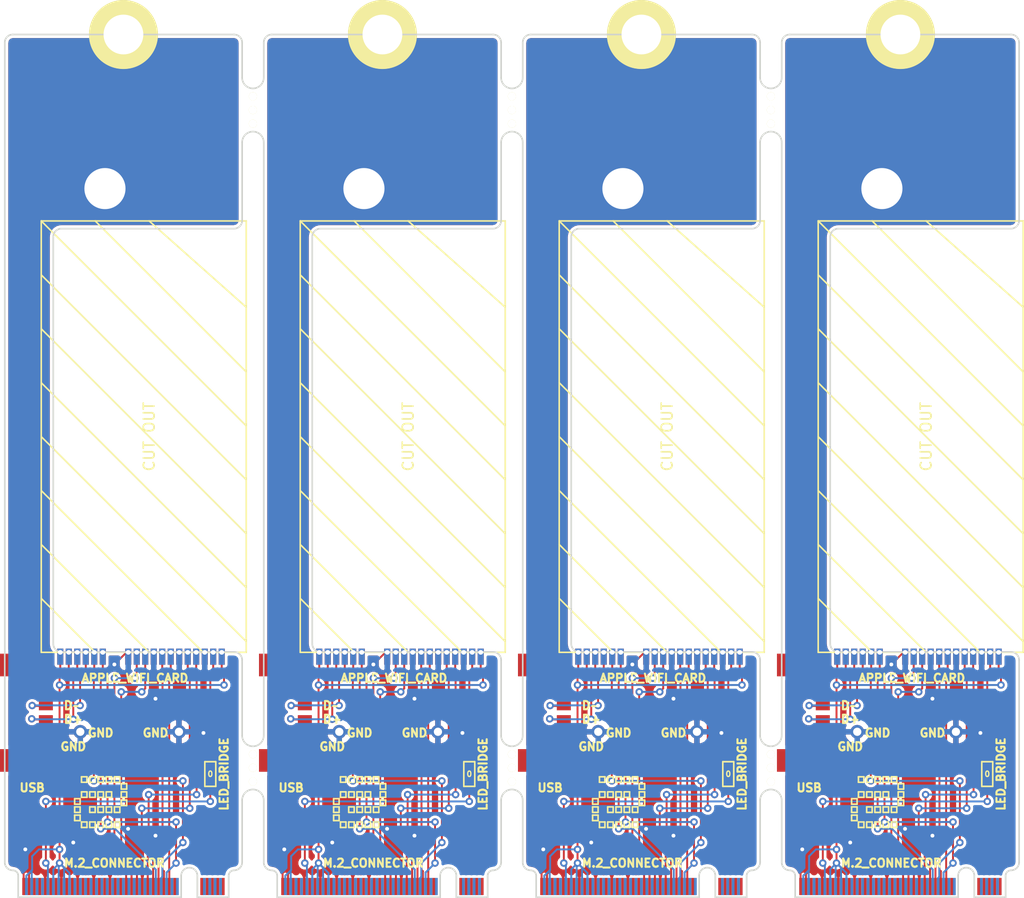
<source format=kicad_pcb>
(kicad_pcb (version 4) (host pcbnew 4.0.5)
  (title_block (title "Apple WIFI m.2 Adaptor") (date 2017-09-05) (rev 1) (company DigitalCave))
  (layers (0 F.Cu signal) (31 B.Cu signal) (34 B.Paste user) (35 F.Paste user) (36 B.SilkS user) (37 F.SilkS user) (38 B.Mask user) (39 F.Mask user) (44 Edge.Cuts user))
  (net 0 "")
  (net 1 +3V3)
  (net 2 "Net-(J1-Pad2)")
  (net 3 GND)
  (net 4 "Net-(J1-Pad4)")
  (net 5 "Net-(J1-Pad5)")
  (net 6 "Net-(J1-Pad7)")
  (net 7 "Net-(J1-Pad8)")
  (net 8 "Net-(J1-Pad10)")
  (net 9 "Net-(J1-Pad11)")
  (net 10 "Net-(J1-Pad13)")
  (net 11 "Net-(J1-Pad14)")
  (net 12 "Net-(J1-Pad15)")
  (net 13 "Net-(J1-Pad16)")
  (net 14 "Net-(J1-Pad17)")
  (net 15 "Net-(P1-Pad1)")
  (net 16 "Net-(J2-Pad5)")
  (net 17 "Net-(J2-Pad6)")
  (net 18 "Net-(J2-Pad7)")
  (net 19 "Net-(J2-Pad8)")
  (net 20 "Net-(J2-Pad10)")
  (net 21 "Net-(J2-Pad11)")
  (net 22 "Net-(J2-Pad13)")
  (net 23 "Net-(J2-Pad17)")
  (net 24 "Net-(J2-Pad19)")
  (net 25 "Net-(J2-Pad20)")
  (net 26 "Net-(J2-Pad22)")
  (net 27 "Net-(J2-Pad23)")
  (net 28 "Net-(J2-Pad24)")
  (net 29 "Net-(J2-Pad25)")
  (net 30 "Net-(J2-Pad26)")
  (net 31 "Net-(J2-Pad28)")
  (net 32 "Net-(J2-Pad29)")
  (net 33 "Net-(J2-Pad30)")
  (net 34 "Net-(J2-Pad31)")
  (net 35 "Net-(J2-Pad32)")
  (net 36 "Net-(J2-Pad34)")
  (net 37 "Net-(J2-Pad35)")
  (net 38 "Net-(J2-Pad36)")
  (net 39 "Net-(J2-Pad37)")
  (net 40 "Net-(J2-Pad38)")
  (net 41 "Net-(J2-Pad40)")
  (net 42 "Net-(J2-Pad42)")
  (net 43 "Net-(J2-Pad44)")
  (net 44 "Net-(J2-Pad46)")
  (net 45 "Net-(J2-Pad48)")
  (net 46 "Net-(J2-Pad56)")
  (module Pin_Headers:Pin_Header_Straight_1x04 (layer F.Cu) (at 81.02 129.54 180)
    (fp_text reference P1 hide)
    (fp_text value USB (at 1.27 -5.08 360) (layer F.SilkS) (effects (font (size 0.762 0.762) (thickness 0.1905))))
    (pad 4 smd rect (at 0 0 180) (size 1.3 0.8) (layers F.Cu F.Paste F.Mask) (net 3 GND))
    (pad 3 smd rect (at 0 1.25 180) (size 1.3 0.8) (layers F.Cu F.Paste F.Mask) (net 14 "Net-(J1-Pad17)"))
    (pad 2 smd rect (at 0 2.5 180) (size 1.3 0.8) (layers F.Cu F.Paste F.Mask) (net 13 "Net-(J1-Pad16)"))
    (pad 1 smd rect (at 0 3.75 180) (size 1.3 0.8) (layers F.Cu F.Paste F.Mask) (net 15 "Net-(P1-Pad1)"))
    (pad "" smd rect (at 2.75 -2.55 180) (size 3 2.1) (layers F.Cu F.Paste F.Mask))
    (pad "" smd rect (at 2.75 6.3 180) (size 3 2.1) (layers F.Cu F.Paste F.Mask))
  )
  (module DigitalCave:APPLE_WIFI_CARD (layer F.Cu) (at 92.592 122.066)
    (fp_text reference J1 hide)
    (fp_text value APPLE_WIFI_CARD (at -3.317 2.394) (layer F.SilkS) (effects (font (size 0.762 0.762) (thickness 0.1905))))
    (fp_text user "CUT OUT" (at -2 -20 90) (layer F.SilkS))
    (pad 1 thru_hole rect (at 4.7244 0 180) (size 0.5588 1.5) (drill 0.4318 (offset 0 -0.4)) (layers *.Cu *.Mask) (net 1 +3V3))
    (pad 2 thru_hole rect (at 3.937 0 180) (size 0.5588 1.5) (drill 0.4318 (offset 0 -0.4)) (layers *.Cu *.Mask) (net 2 "Net-(J1-Pad2)"))
    (pad 3 thru_hole rect (at 3.1496 0 180) (size 0.5588 1.5) (drill 0.4318 (offset 0 -0.4)) (layers *.Cu *.Mask) (net 3 GND))
    (pad 4 thru_hole rect (at 2.3622 0 180) (size 0.5588 1.5) (drill 0.4318 (offset 0 -0.4)) (layers *.Cu *.Mask) (net 4 "Net-(J1-Pad4)"))
    (pad 5 thru_hole rect (at 1.5748 0 180) (size 0.5588 1.5) (drill 0.4318 (offset 0 -0.4)) (layers *.Cu *.Mask) (net 5 "Net-(J1-Pad5)"))
    (pad 6 thru_hole rect (at 0.7874 0 180) (size 0.5588 1.5) (drill 0.4318 (offset 0 -0.4)) (layers *.Cu *.Mask) (net 3 GND))
    (pad 7 thru_hole rect (at 0 0 180) (size 0.5588 1.5) (drill 0.4318 (offset 0 -0.4)) (layers *.Cu *.Mask) (net 6 "Net-(J1-Pad7)"))
    (pad 8 thru_hole rect (at -0.7874 0 180) (size 0.5588 1.5) (drill 0.4318 (offset 0 -0.4)) (layers *.Cu *.Mask) (net 7 "Net-(J1-Pad8)"))
    (pad 9 thru_hole rect (at -1.5748 0 180) (size 0.5588 1.5) (drill 0.4318 (offset 0 -0.4)) (layers *.Cu *.Mask) (net 3 GND))
    (pad 10 thru_hole rect (at -2.3622 0 180) (size 0.5588 1.5) (drill 0.4318 (offset 0 -0.4)) (layers *.Cu *.Mask) (net 8 "Net-(J1-Pad10)"))
    (pad 11 thru_hole rect (at -3.1496 0 180) (size 0.5588 1.5) (drill 0.4318 (offset 0 -0.4)) (layers *.Cu *.Mask) (net 9 "Net-(J1-Pad11)"))
    (pad 12 thru_hole rect (at -3.937 0 180) (size 0.5588 1.5) (drill 0.4318 (offset 0 -0.4)) (layers *.Cu *.Mask) (net 3 GND))
    (pad 13 thru_hole rect (at -6.2992 0 180) (size 0.5588 1.5) (drill 0.4318 (offset 0 -0.4)) (layers *.Cu *.Mask) (net 10 "Net-(J1-Pad13)"))
    (pad 14 thru_hole rect (at -7.0866 0 180) (size 0.5588 1.5) (drill 0.4318 (offset 0 -0.4)) (layers *.Cu *.Mask) (net 11 "Net-(J1-Pad14)"))
    (pad 15 thru_hole rect (at -7.874 0 180) (size 0.5588 1.5) (drill 0.4318 (offset 0 -0.4)) (layers *.Cu *.Mask) (net 12 "Net-(J1-Pad15)"))
    (pad 16 thru_hole rect (at -8.6614 0 180) (size 0.5588 1.5) (drill 0.4318 (offset 0 -0.4)) (layers *.Cu *.Mask) (net 13 "Net-(J1-Pad16)"))
    (pad 17 thru_hole rect (at -9.4488 0 180) (size 0.5588 1.5) (drill 0.4318 (offset 0 -0.4)) (layers *.Cu *.Mask) (net 14 "Net-(J1-Pad17)"))
    (pad 18 thru_hole rect (at -10.2362 0 180) (size 0.5588 1.5) (drill 0.4318 (offset 0 -0.4)) (layers *.Cu *.Mask) (net 1 +3V3))
    (pad 19 thru_hole oval (at -8.382 7.366) (size 1.27 1.27) (drill 0.762) (layers *.Cu *.Mask) (net 3 GND))
    (pad 20 thru_hole oval (at 0.762 7.366) (size 1.27 1.27) (drill 0.762) (layers *.Cu *.Mask) (net 3 GND))
    (pad 20 thru_hole circle (at -6.096 -43) (size 5.08 5.08) (drill 3.81) (layers *.Cu *.Mask) (net 3 GND))
  )
  (module DigitalCave:APPLE_WIFI_CARD (layer F.Cu) (at 116.592 122.066)
    (fp_text reference J1 hide)
    (fp_text value APPLE_WIFI_CARD (at -3.317 2.394) (layer F.SilkS) (effects (font (size 0.762 0.762) (thickness 0.1905))))
    (fp_text user "CUT OUT" (at -2 -20 90) (layer F.SilkS))
    (pad 1 thru_hole rect (at 4.7244 0 180) (size 0.5588 1.5) (drill 0.4318 (offset 0 -0.4)) (layers *.Cu *.Mask) (net 1 +3V3))
    (pad 2 thru_hole rect (at 3.937 0 180) (size 0.5588 1.5) (drill 0.4318 (offset 0 -0.4)) (layers *.Cu *.Mask) (net 2 "Net-(J1-Pad2)"))
    (pad 3 thru_hole rect (at 3.1496 0 180) (size 0.5588 1.5) (drill 0.4318 (offset 0 -0.4)) (layers *.Cu *.Mask) (net 3 GND))
    (pad 4 thru_hole rect (at 2.3622 0 180) (size 0.5588 1.5) (drill 0.4318 (offset 0 -0.4)) (layers *.Cu *.Mask) (net 4 "Net-(J1-Pad4)"))
    (pad 5 thru_hole rect (at 1.5748 0 180) (size 0.5588 1.5) (drill 0.4318 (offset 0 -0.4)) (layers *.Cu *.Mask) (net 5 "Net-(J1-Pad5)"))
    (pad 6 thru_hole rect (at 0.7874 0 180) (size 0.5588 1.5) (drill 0.4318 (offset 0 -0.4)) (layers *.Cu *.Mask) (net 3 GND))
    (pad 7 thru_hole rect (at 0 0 180) (size 0.5588 1.5) (drill 0.4318 (offset 0 -0.4)) (layers *.Cu *.Mask) (net 6 "Net-(J1-Pad7)"))
    (pad 8 thru_hole rect (at -0.7874 0 180) (size 0.5588 1.5) (drill 0.4318 (offset 0 -0.4)) (layers *.Cu *.Mask) (net 7 "Net-(J1-Pad8)"))
    (pad 9 thru_hole rect (at -1.5748 0 180) (size 0.5588 1.5) (drill 0.4318 (offset 0 -0.4)) (layers *.Cu *.Mask) (net 3 GND))
    (pad 10 thru_hole rect (at -2.3622 0 180) (size 0.5588 1.5) (drill 0.4318 (offset 0 -0.4)) (layers *.Cu *.Mask) (net 8 "Net-(J1-Pad10)"))
    (pad 11 thru_hole rect (at -3.1496 0 180) (size 0.5588 1.5) (drill 0.4318 (offset 0 -0.4)) (layers *.Cu *.Mask) (net 9 "Net-(J1-Pad11)"))
    (pad 12 thru_hole rect (at -3.937 0 180) (size 0.5588 1.5) (drill 0.4318 (offset 0 -0.4)) (layers *.Cu *.Mask) (net 3 GND))
    (pad 13 thru_hole rect (at -6.2992 0 180) (size 0.5588 1.5) (drill 0.4318 (offset 0 -0.4)) (layers *.Cu *.Mask) (net 10 "Net-(J1-Pad13)"))
    (pad 14 thru_hole rect (at -7.0866 0 180) (size 0.5588 1.5) (drill 0.4318 (offset 0 -0.4)) (layers *.Cu *.Mask) (net 11 "Net-(J1-Pad14)"))
    (pad 15 thru_hole rect (at -7.874 0 180) (size 0.5588 1.5) (drill 0.4318 (offset 0 -0.4)) (layers *.Cu *.Mask) (net 12 "Net-(J1-Pad15)"))
    (pad 16 thru_hole rect (at -8.6614 0 180) (size 0.5588 1.5) (drill 0.4318 (offset 0 -0.4)) (layers *.Cu *.Mask) (net 13 "Net-(J1-Pad16)"))
    (pad 17 thru_hole rect (at -9.4488 0 180) (size 0.5588 1.5) (drill 0.4318 (offset 0 -0.4)) (layers *.Cu *.Mask) (net 14 "Net-(J1-Pad17)"))
    (pad 18 thru_hole rect (at -10.2362 0 180) (size 0.5588 1.5) (drill 0.4318 (offset 0 -0.4)) (layers *.Cu *.Mask) (net 1 +3V3))
    (pad 19 thru_hole oval (at -8.382 7.366) (size 1.27 1.27) (drill 0.762) (layers *.Cu *.Mask) (net 3 GND))
    (pad 20 thru_hole oval (at 0.762 7.366) (size 1.27 1.27) (drill 0.762) (layers *.Cu *.Mask) (net 3 GND))
    (pad 20 thru_hole circle (at -6.096 -43) (size 5.08 5.08) (drill 3.81) (layers *.Cu *.Mask) (net 3 GND))
  )
  (module Pin_Headers:Pin_Header_Straight_1x04 (layer F.Cu) (at 105.02 129.54 180)
    (fp_text reference P1 hide)
    (fp_text value USB (at 1.27 -5.08 360) (layer F.SilkS) (effects (font (size 0.762 0.762) (thickness 0.1905))))
    (pad 4 smd rect (at 0 0 180) (size 1.3 0.8) (layers F.Cu F.Paste F.Mask) (net 3 GND))
    (pad 3 smd rect (at 0 1.25 180) (size 1.3 0.8) (layers F.Cu F.Paste F.Mask) (net 14 "Net-(J1-Pad17)"))
    (pad 2 smd rect (at 0 2.5 180) (size 1.3 0.8) (layers F.Cu F.Paste F.Mask) (net 13 "Net-(J1-Pad16)"))
    (pad 1 smd rect (at 0 3.75 180) (size 1.3 0.8) (layers F.Cu F.Paste F.Mask) (net 15 "Net-(P1-Pad1)"))
    (pad "" smd rect (at 2.75 -2.55 180) (size 3 2.1) (layers F.Cu F.Paste F.Mask))
    (pad "" smd rect (at 2.75 6.3 180) (size 3 2.1) (layers F.Cu F.Paste F.Mask))
  )
  (module DigitalCave:M.2_CONNECTOR (layer F.Cu) (at 112.96 143.78)
    (fp_text reference J2 hide)
    (fp_text value m.2_connector hide)
    (pad 1 smd rect (at -10 0) (size 0.254 1.6) (layers F.Cu F.Paste F.Mask) (net 3 GND))
    (pad 2 smd rect (at -9.75 0) (size 0.254 1.6) (layers B.Cu F.Paste F.Mask) (net 1 +3V3))
    (pad 3 smd rect (at -9.5 0) (size 0.254 1.6) (layers F.Cu F.Paste F.Mask) (net 3 GND))
    (pad 4 smd rect (at -9.25 0) (size 0.254 1.6) (layers B.Cu F.Paste F.Mask) (net 1 +3V3))
    (pad 5 smd rect (at -9 0) (size 0.254 1.6) (layers F.Cu F.Paste F.Mask) (net 16 "Net-(J2-Pad5)"))
    (pad 6 smd rect (at -8.75 0) (size 0.254 1.6) (layers B.Cu F.Paste F.Mask) (net 17 "Net-(J2-Pad6)"))
    (pad 7 smd rect (at -8.5 0) (size 0.254 1.6) (layers F.Cu F.Paste F.Mask) (net 18 "Net-(J2-Pad7)"))
    (pad 8 smd rect (at -8.25 0) (size 0.254 1.6) (layers B.Cu F.Paste F.Mask) (net 19 "Net-(J2-Pad8)"))
    (pad 9 smd rect (at -8 0) (size 0.254 1.6) (layers F.Cu F.Paste F.Mask) (net 3 GND))
    (pad 10 smd rect (at -7.75 0) (size 0.254 1.6) (layers B.Cu F.Paste F.Mask) (net 20 "Net-(J2-Pad10)"))
    (pad 11 smd rect (at -7.5 0) (size 0.254 1.6) (layers F.Cu F.Paste F.Mask) (net 21 "Net-(J2-Pad11)"))
    (pad 12 smd rect (at -7.25 0) (size 0.254 1.6) (layers B.Cu F.Paste F.Mask) (net 1 +3V3))
    (pad 13 smd rect (at -7 0) (size 0.254 1.6) (layers F.Cu F.Paste F.Mask) (net 22 "Net-(J2-Pad13)"))
    (pad 14 smd rect (at -6.75 0) (size 0.254 1.6) (layers B.Cu F.Paste F.Mask) (net 1 +3V3))
    (pad 15 smd rect (at -6.5 0) (size 0.254 1.6) (layers F.Cu F.Paste F.Mask) (net 3 GND))
    (pad 16 smd rect (at -6.25 0) (size 0.254 1.6) (layers B.Cu F.Paste F.Mask) (net 1 +3V3))
    (pad 17 smd rect (at -6 0) (size 0.254 1.6) (layers F.Cu F.Paste F.Mask) (net 23 "Net-(J2-Pad17)"))
    (pad 18 smd rect (at -5.75 0) (size 0.254 1.6) (layers B.Cu F.Paste F.Mask) (net 1 +3V3))
    (pad 19 smd rect (at -5.5 0) (size 0.254 1.6) (layers F.Cu F.Paste F.Mask) (net 24 "Net-(J2-Pad19)"))
    (pad 20 smd rect (at -5.25 0) (size 0.254 1.6) (layers B.Cu F.Paste F.Mask) (net 25 "Net-(J2-Pad20)"))
    (pad 21 smd rect (at -5 0) (size 0.254 1.6) (layers F.Cu F.Paste F.Mask) (net 3 GND))
    (pad 22 smd rect (at -4.75 0) (size 0.254 1.6) (layers B.Cu F.Paste F.Mask) (net 26 "Net-(J2-Pad22)"))
    (pad 23 smd rect (at -4.5 0) (size 0.254 1.6) (layers F.Cu F.Paste F.Mask) (net 27 "Net-(J2-Pad23)"))
    (pad 24 smd rect (at -4.25 0) (size 0.254 1.6) (layers B.Cu F.Paste F.Mask) (net 28 "Net-(J2-Pad24)"))
    (pad 25 smd rect (at -4 0) (size 0.254 1.6) (layers F.Cu F.Paste F.Mask) (net 29 "Net-(J2-Pad25)"))
    (pad 26 smd rect (at -3.75 0) (size 0.254 1.6) (layers B.Cu F.Paste F.Mask) (net 30 "Net-(J2-Pad26)"))
    (pad 27 smd rect (at -3.5 0) (size 0.254 1.6) (layers F.Cu F.Paste F.Mask) (net 3 GND))
    (pad 28 smd rect (at -3.25 0) (size 0.254 1.6) (layers B.Cu F.Paste F.Mask) (net 31 "Net-(J2-Pad28)"))
    (pad 29 smd rect (at -3 0) (size 0.254 1.6) (layers F.Cu F.Paste F.Mask) (net 32 "Net-(J2-Pad29)"))
    (pad 30 smd rect (at -2.75 0) (size 0.254 1.6) (layers B.Cu F.Paste F.Mask) (net 33 "Net-(J2-Pad30)"))
    (pad 31 smd rect (at -2.5 0) (size 0.254 1.6) (layers F.Cu F.Paste F.Mask) (net 34 "Net-(J2-Pad31)"))
    (pad 32 smd rect (at -2.25 0) (size 0.254 1.6) (layers B.Cu F.Paste F.Mask) (net 35 "Net-(J2-Pad32)"))
    (pad 33 smd rect (at -2 0) (size 0.254 1.6) (layers F.Cu F.Paste F.Mask) (net 3 GND))
    (pad 34 smd rect (at -1.75 0) (size 0.254 1.6) (layers B.Cu F.Paste F.Mask) (net 36 "Net-(J2-Pad34)"))
    (pad 35 smd rect (at -1.5 0) (size 0.254 1.6) (layers F.Cu F.Paste F.Mask) (net 37 "Net-(J2-Pad35)"))
    (pad 36 smd rect (at -1.25 0) (size 0.254 1.6) (layers B.Cu F.Paste F.Mask) (net 38 "Net-(J2-Pad36)"))
    (pad 37 smd rect (at -1 0) (size 0.254 1.6) (layers F.Cu F.Paste F.Mask) (net 39 "Net-(J2-Pad37)"))
    (pad 38 smd rect (at -0.75 0) (size 0.254 1.6) (layers B.Cu F.Paste F.Mask) (net 40 "Net-(J2-Pad38)"))
    (pad 39 smd rect (at -0.5 0) (size 0.254 1.6) (layers F.Cu F.Paste F.Mask) (net 3 GND))
    (pad 40 smd rect (at -0.25 0) (size 0.254 1.6) (layers B.Cu F.Paste F.Mask) (net 41 "Net-(J2-Pad40)"))
    (pad 41 smd rect (at 0 0) (size 0.254 1.6) (layers F.Cu F.Paste F.Mask) (net 9 "Net-(J1-Pad11)"))
    (pad 42 smd rect (at 0.25 0) (size 0.254 1.6) (layers B.Cu F.Paste F.Mask) (net 42 "Net-(J2-Pad42)"))
    (pad 43 smd rect (at 0.5 0) (size 0.254 1.6) (layers F.Cu F.Paste F.Mask) (net 8 "Net-(J1-Pad10)"))
    (pad 44 smd rect (at 0.75 0) (size 0.254 1.6) (layers B.Cu F.Paste F.Mask) (net 43 "Net-(J2-Pad44)"))
    (pad 45 smd rect (at 1 0) (size 0.254 1.6) (layers F.Cu F.Paste F.Mask) (net 3 GND))
    (pad 46 smd rect (at 1.25 0) (size 0.254 1.6) (layers B.Cu F.Paste F.Mask) (net 44 "Net-(J2-Pad46)"))
    (pad 47 smd rect (at 1.5 0) (size 0.254 1.6) (layers F.Cu F.Paste F.Mask) (net 5 "Net-(J1-Pad5)"))
    (pad 48 smd rect (at 1.75 0) (size 0.254 1.6) (layers B.Cu F.Paste F.Mask) (net 45 "Net-(J2-Pad48)"))
    (pad 49 smd rect (at 2 0) (size 0.254 1.6) (layers F.Cu F.Paste F.Mask) (net 4 "Net-(J1-Pad4)"))
    (pad 50 smd rect (at 2.25 0) (size 0.254 1.6) (layers B.Cu F.Paste F.Mask) (net 11 "Net-(J1-Pad14)"))
    (pad 51 smd rect (at 2.5 0) (size 0.254 1.6) (layers F.Cu F.Paste F.Mask) (net 3 GND))
    (pad 52 smd rect (at 2.75 0) (size 0.254 1.6) (layers B.Cu F.Paste F.Mask) (net 12 "Net-(J1-Pad15)"))
    (pad 53 smd rect (at 3 0) (size 0.254 1.6) (layers F.Cu F.Paste F.Mask) (net 7 "Net-(J1-Pad8)"))
    (pad 54 smd rect (at 3.25 0) (size 0.254 1.6) (layers B.Cu F.Paste F.Mask) (net 10 "Net-(J1-Pad13)"))
    (pad 55 smd rect (at 3.5 0) (size 0.254 1.6) (layers F.Cu F.Paste F.Mask) (net 6 "Net-(J1-Pad7)"))
    (pad 56 smd rect (at 3.75 0) (size 0.254 1.6) (layers B.Cu F.Paste F.Mask) (net 46 "Net-(J2-Pad56)"))
    (pad 57 smd rect (at 4 0) (size 0.254 1.6) (layers F.Cu F.Paste F.Mask))
    (pad 58 smd rect (at 4.25 0) (size 0.254 1.6) (layers B.Cu F.Paste F.Mask))
    (pad 67 smd rect (at 6.5 0) (size 0.254 1.6) (layers F.Cu F.Paste F.Mask))
    (pad 68 smd rect (at 6.75 0) (size 0.254 1.6) (layers B.Cu F.Paste F.Mask))
    (pad 69 smd rect (at 7 0) (size 0.254 1.6) (layers F.Cu F.Paste F.Mask))
    (pad 70 smd rect (at 7.25 0) (size 0.254 1.6) (layers B.Cu F.Paste F.Mask))
    (pad 71 smd rect (at 7.5 0) (size 0.254 1.6) (layers F.Cu F.Paste F.Mask))
    (pad 72 smd rect (at 7.75 0) (size 0.254 1.6) (layers B.Cu F.Paste F.Mask))
    (pad 73 smd rect (at 8 0) (size 0.254 1.6) (layers F.Cu F.Paste F.Mask))
    (pad 74 smd rect (at 8.25 0) (size 0.254 1.6) (layers B.Cu F.Paste F.Mask))
    (pad 75 smd rect (at 8.5 0) (size 0.254 1.6) (layers F.Cu F.Paste F.Mask))
  )
  (module DigitalCave:DIGITALCAVE_LOGO (layer F.Cu) (at 110.1 135.89)
    (fp_text reference MP2 hide)
    (fp_text value GRAPHIC hide)
  )
  (module DigitalCave:SM0603_VALUE (layer F.Cu) (at 120.26 133.35 90)
    (fp_text reference R1 hide)
    (fp_text value 0 (at 0 0 180) (layer F.SilkS) (effects (font (size 0.508 0.508) (thickness 0.1143))))
    (pad 1 smd rect (at -0.762 0 90) (size 0.635 0.889) (layers F.Cu F.Paste F.Mask) (net 20 "Net-(J2-Pad10)"))
    (pad 2 smd rect (at 0.762 0 90) (size 0.635 0.889) (layers F.Cu F.Paste F.Mask) (net 2 "Net-(J1-Pad2)"))
  )
  (module DigitalCave:SM0603_VALUE (layer F.Cu) (at 96.26 133.35 90)
    (fp_text reference R1 hide)
    (fp_text value 0 (at 0 0 180) (layer F.SilkS) (effects (font (size 0.508 0.508) (thickness 0.1143))))
    (pad 1 smd rect (at -0.762 0 90) (size 0.635 0.889) (layers F.Cu F.Paste F.Mask) (net 20 "Net-(J2-Pad10)"))
    (pad 2 smd rect (at 0.762 0 90) (size 0.635 0.889) (layers F.Cu F.Paste F.Mask) (net 2 "Net-(J1-Pad2)"))
  )
  (module DigitalCave:M.2_CONNECTOR (layer F.Cu) (at 88.96 143.78)
    (fp_text reference J2 hide)
    (fp_text value m.2_connector hide)
    (pad 1 smd rect (at -10 0) (size 0.254 1.6) (layers F.Cu F.Paste F.Mask) (net 3 GND))
    (pad 2 smd rect (at -9.75 0) (size 0.254 1.6) (layers B.Cu F.Paste F.Mask) (net 1 +3V3))
    (pad 3 smd rect (at -9.5 0) (size 0.254 1.6) (layers F.Cu F.Paste F.Mask) (net 3 GND))
    (pad 4 smd rect (at -9.25 0) (size 0.254 1.6) (layers B.Cu F.Paste F.Mask) (net 1 +3V3))
    (pad 5 smd rect (at -9 0) (size 0.254 1.6) (layers F.Cu F.Paste F.Mask) (net 16 "Net-(J2-Pad5)"))
    (pad 6 smd rect (at -8.75 0) (size 0.254 1.6) (layers B.Cu F.Paste F.Mask) (net 17 "Net-(J2-Pad6)"))
    (pad 7 smd rect (at -8.5 0) (size 0.254 1.6) (layers F.Cu F.Paste F.Mask) (net 18 "Net-(J2-Pad7)"))
    (pad 8 smd rect (at -8.25 0) (size 0.254 1.6) (layers B.Cu F.Paste F.Mask) (net 19 "Net-(J2-Pad8)"))
    (pad 9 smd rect (at -8 0) (size 0.254 1.6) (layers F.Cu F.Paste F.Mask) (net 3 GND))
    (pad 10 smd rect (at -7.75 0) (size 0.254 1.6) (layers B.Cu F.Paste F.Mask) (net 20 "Net-(J2-Pad10)"))
    (pad 11 smd rect (at -7.5 0) (size 0.254 1.6) (layers F.Cu F.Paste F.Mask) (net 21 "Net-(J2-Pad11)"))
    (pad 12 smd rect (at -7.25 0) (size 0.254 1.6) (layers B.Cu F.Paste F.Mask) (net 1 +3V3))
    (pad 13 smd rect (at -7 0) (size 0.254 1.6) (layers F.Cu F.Paste F.Mask) (net 22 "Net-(J2-Pad13)"))
    (pad 14 smd rect (at -6.75 0) (size 0.254 1.6) (layers B.Cu F.Paste F.Mask) (net 1 +3V3))
    (pad 15 smd rect (at -6.5 0) (size 0.254 1.6) (layers F.Cu F.Paste F.Mask) (net 3 GND))
    (pad 16 smd rect (at -6.25 0) (size 0.254 1.6) (layers B.Cu F.Paste F.Mask) (net 1 +3V3))
    (pad 17 smd rect (at -6 0) (size 0.254 1.6) (layers F.Cu F.Paste F.Mask) (net 23 "Net-(J2-Pad17)"))
    (pad 18 smd rect (at -5.75 0) (size 0.254 1.6) (layers B.Cu F.Paste F.Mask) (net 1 +3V3))
    (pad 19 smd rect (at -5.5 0) (size 0.254 1.6) (layers F.Cu F.Paste F.Mask) (net 24 "Net-(J2-Pad19)"))
    (pad 20 smd rect (at -5.25 0) (size 0.254 1.6) (layers B.Cu F.Paste F.Mask) (net 25 "Net-(J2-Pad20)"))
    (pad 21 smd rect (at -5 0) (size 0.254 1.6) (layers F.Cu F.Paste F.Mask) (net 3 GND))
    (pad 22 smd rect (at -4.75 0) (size 0.254 1.6) (layers B.Cu F.Paste F.Mask) (net 26 "Net-(J2-Pad22)"))
    (pad 23 smd rect (at -4.5 0) (size 0.254 1.6) (layers F.Cu F.Paste F.Mask) (net 27 "Net-(J2-Pad23)"))
    (pad 24 smd rect (at -4.25 0) (size 0.254 1.6) (layers B.Cu F.Paste F.Mask) (net 28 "Net-(J2-Pad24)"))
    (pad 25 smd rect (at -4 0) (size 0.254 1.6) (layers F.Cu F.Paste F.Mask) (net 29 "Net-(J2-Pad25)"))
    (pad 26 smd rect (at -3.75 0) (size 0.254 1.6) (layers B.Cu F.Paste F.Mask) (net 30 "Net-(J2-Pad26)"))
    (pad 27 smd rect (at -3.5 0) (size 0.254 1.6) (layers F.Cu F.Paste F.Mask) (net 3 GND))
    (pad 28 smd rect (at -3.25 0) (size 0.254 1.6) (layers B.Cu F.Paste F.Mask) (net 31 "Net-(J2-Pad28)"))
    (pad 29 smd rect (at -3 0) (size 0.254 1.6) (layers F.Cu F.Paste F.Mask) (net 32 "Net-(J2-Pad29)"))
    (pad 30 smd rect (at -2.75 0) (size 0.254 1.6) (layers B.Cu F.Paste F.Mask) (net 33 "Net-(J2-Pad30)"))
    (pad 31 smd rect (at -2.5 0) (size 0.254 1.6) (layers F.Cu F.Paste F.Mask) (net 34 "Net-(J2-Pad31)"))
    (pad 32 smd rect (at -2.25 0) (size 0.254 1.6) (layers B.Cu F.Paste F.Mask) (net 35 "Net-(J2-Pad32)"))
    (pad 33 smd rect (at -2 0) (size 0.254 1.6) (layers F.Cu F.Paste F.Mask) (net 3 GND))
    (pad 34 smd rect (at -1.75 0) (size 0.254 1.6) (layers B.Cu F.Paste F.Mask) (net 36 "Net-(J2-Pad34)"))
    (pad 35 smd rect (at -1.5 0) (size 0.254 1.6) (layers F.Cu F.Paste F.Mask) (net 37 "Net-(J2-Pad35)"))
    (pad 36 smd rect (at -1.25 0) (size 0.254 1.6) (layers B.Cu F.Paste F.Mask) (net 38 "Net-(J2-Pad36)"))
    (pad 37 smd rect (at -1 0) (size 0.254 1.6) (layers F.Cu F.Paste F.Mask) (net 39 "Net-(J2-Pad37)"))
    (pad 38 smd rect (at -0.75 0) (size 0.254 1.6) (layers B.Cu F.Paste F.Mask) (net 40 "Net-(J2-Pad38)"))
    (pad 39 smd rect (at -0.5 0) (size 0.254 1.6) (layers F.Cu F.Paste F.Mask) (net 3 GND))
    (pad 40 smd rect (at -0.25 0) (size 0.254 1.6) (layers B.Cu F.Paste F.Mask) (net 41 "Net-(J2-Pad40)"))
    (pad 41 smd rect (at 0 0) (size 0.254 1.6) (layers F.Cu F.Paste F.Mask) (net 9 "Net-(J1-Pad11)"))
    (pad 42 smd rect (at 0.25 0) (size 0.254 1.6) (layers B.Cu F.Paste F.Mask) (net 42 "Net-(J2-Pad42)"))
    (pad 43 smd rect (at 0.5 0) (size 0.254 1.6) (layers F.Cu F.Paste F.Mask) (net 8 "Net-(J1-Pad10)"))
    (pad 44 smd rect (at 0.75 0) (size 0.254 1.6) (layers B.Cu F.Paste F.Mask) (net 43 "Net-(J2-Pad44)"))
    (pad 45 smd rect (at 1 0) (size 0.254 1.6) (layers F.Cu F.Paste F.Mask) (net 3 GND))
    (pad 46 smd rect (at 1.25 0) (size 0.254 1.6) (layers B.Cu F.Paste F.Mask) (net 44 "Net-(J2-Pad46)"))
    (pad 47 smd rect (at 1.5 0) (size 0.254 1.6) (layers F.Cu F.Paste F.Mask) (net 5 "Net-(J1-Pad5)"))
    (pad 48 smd rect (at 1.75 0) (size 0.254 1.6) (layers B.Cu F.Paste F.Mask) (net 45 "Net-(J2-Pad48)"))
    (pad 49 smd rect (at 2 0) (size 0.254 1.6) (layers F.Cu F.Paste F.Mask) (net 4 "Net-(J1-Pad4)"))
    (pad 50 smd rect (at 2.25 0) (size 0.254 1.6) (layers B.Cu F.Paste F.Mask) (net 11 "Net-(J1-Pad14)"))
    (pad 51 smd rect (at 2.5 0) (size 0.254 1.6) (layers F.Cu F.Paste F.Mask) (net 3 GND))
    (pad 52 smd rect (at 2.75 0) (size 0.254 1.6) (layers B.Cu F.Paste F.Mask) (net 12 "Net-(J1-Pad15)"))
    (pad 53 smd rect (at 3 0) (size 0.254 1.6) (layers F.Cu F.Paste F.Mask) (net 7 "Net-(J1-Pad8)"))
    (pad 54 smd rect (at 3.25 0) (size 0.254 1.6) (layers B.Cu F.Paste F.Mask) (net 10 "Net-(J1-Pad13)"))
    (pad 55 smd rect (at 3.5 0) (size 0.254 1.6) (layers F.Cu F.Paste F.Mask) (net 6 "Net-(J1-Pad7)"))
    (pad 56 smd rect (at 3.75 0) (size 0.254 1.6) (layers B.Cu F.Paste F.Mask) (net 46 "Net-(J2-Pad56)"))
    (pad 57 smd rect (at 4 0) (size 0.254 1.6) (layers F.Cu F.Paste F.Mask))
    (pad 58 smd rect (at 4.25 0) (size 0.254 1.6) (layers B.Cu F.Paste F.Mask))
    (pad 67 smd rect (at 6.5 0) (size 0.254 1.6) (layers F.Cu F.Paste F.Mask))
    (pad 68 smd rect (at 6.75 0) (size 0.254 1.6) (layers B.Cu F.Paste F.Mask))
    (pad 69 smd rect (at 7 0) (size 0.254 1.6) (layers F.Cu F.Paste F.Mask))
    (pad 70 smd rect (at 7.25 0) (size 0.254 1.6) (layers B.Cu F.Paste F.Mask))
    (pad 71 smd rect (at 7.5 0) (size 0.254 1.6) (layers F.Cu F.Paste F.Mask))
    (pad 72 smd rect (at 7.75 0) (size 0.254 1.6) (layers B.Cu F.Paste F.Mask))
    (pad 73 smd rect (at 8 0) (size 0.254 1.6) (layers F.Cu F.Paste F.Mask))
    (pad 74 smd rect (at 8.25 0) (size 0.254 1.6) (layers B.Cu F.Paste F.Mask))
    (pad 75 smd rect (at 8.5 0) (size 0.254 1.6) (layers F.Cu F.Paste F.Mask))
  )
  (module DigitalCave:DIGITALCAVE_LOGO (layer F.Cu) (at 86.1 135.89)
    (fp_text reference MP2 hide)
    (fp_text value GRAPHIC hide)
  )
  (module DigitalCave:mouse_bites (layer F.Cu) (at 100.21 132.78 90)
    (fp_text reference mouse_bites hide)
    (fp_text value VAL** hide)
    (pad "" np_thru_hole circle (at -1.27 0 90) (size 0.762 0.762) (drill 0.762) (layers *.Cu *.Mask F.SilkS))
    (pad "" np_thru_hole circle (at 0 0 90) (size 0.762 0.762) (drill 0.762) (layers *.Cu *.Mask F.SilkS))
    (pad "" np_thru_hole circle (at 1.27 0 90) (size 0.762 0.762) (drill 0.762) (layers *.Cu *.Mask F.SilkS))
  )
  (module DigitalCave:MOUNTING_HOLE_#6 (layer F.Cu) (at 88.21 64.78)
    (fp_text reference MP1 hide)
    (fp_text value MOUNTING_HOLE hide)
    (pad 1 thru_hole circle (at 0 0) (size 6.35 6.35) (drill 3.683) (layers *.Cu *.Mask F.SilkS) (net 3 GND))
  )
  (module DigitalCave:MOUNTING_HOLE_#6 (layer F.Cu) (at 112.21 64.78)
    (fp_text reference MP1 hide)
    (fp_text value MOUNTING_HOLE hide)
    (pad 1 thru_hole circle (at 0 0) (size 6.35 6.35) (drill 3.683) (layers *.Cu *.Mask F.SilkS) (net 3 GND))
  )
  (module DigitalCave:mouse_bites (layer F.Cu) (at 100.21 71.78 90)
    (fp_text reference mouse_bites hide)
    (fp_text value VAL** hide)
    (pad "" np_thru_hole circle (at -1.27 0 90) (size 0.762 0.762) (drill 0.762) (layers *.Cu *.Mask F.SilkS))
    (pad "" np_thru_hole circle (at 0 0 90) (size 0.762 0.762) (drill 0.762) (layers *.Cu *.Mask F.SilkS))
    (pad "" np_thru_hole circle (at 1.27 0 90) (size 0.762 0.762) (drill 0.762) (layers *.Cu *.Mask F.SilkS))
  )
  (module DigitalCave:mouse_bites (layer F.Cu) (at 76.21 132.78 90)
    (fp_text reference mouse_bites hide)
    (fp_text value VAL** hide)
    (pad "" np_thru_hole circle (at -1.27 0 90) (size 0.762 0.762) (drill 0.762) (layers *.Cu *.Mask F.SilkS))
    (pad "" np_thru_hole circle (at 0 0 90) (size 0.762 0.762) (drill 0.762) (layers *.Cu *.Mask F.SilkS))
    (pad "" np_thru_hole circle (at 1.27 0 90) (size 0.762 0.762) (drill 0.762) (layers *.Cu *.Mask F.SilkS))
  )
  (module DigitalCave:DIGITALCAVE_LOGO (layer F.Cu) (at 62.1 135.89)
    (fp_text reference MP2 hide)
    (fp_text value GRAPHIC hide)
  )
  (module DigitalCave:MOUNTING_HOLE_#6 (layer F.Cu) (at 64.21 64.78)
    (fp_text reference MP1 hide)
    (fp_text value MOUNTING_HOLE hide)
    (pad 1 thru_hole circle (at 0 0) (size 6.35 6.35) (drill 3.683) (layers *.Cu *.Mask F.SilkS) (net 3 GND))
  )
  (module DigitalCave:M.2_CONNECTOR (layer F.Cu) (at 64.96 143.78)
    (fp_text reference J2 hide)
    (fp_text value m.2_connector hide)
    (pad 1 smd rect (at -10 0) (size 0.254 1.6) (layers F.Cu F.Paste F.Mask) (net 3 GND))
    (pad 2 smd rect (at -9.75 0) (size 0.254 1.6) (layers B.Cu F.Paste F.Mask) (net 1 +3V3))
    (pad 3 smd rect (at -9.5 0) (size 0.254 1.6) (layers F.Cu F.Paste F.Mask) (net 3 GND))
    (pad 4 smd rect (at -9.25 0) (size 0.254 1.6) (layers B.Cu F.Paste F.Mask) (net 1 +3V3))
    (pad 5 smd rect (at -9 0) (size 0.254 1.6) (layers F.Cu F.Paste F.Mask) (net 16 "Net-(J2-Pad5)"))
    (pad 6 smd rect (at -8.75 0) (size 0.254 1.6) (layers B.Cu F.Paste F.Mask) (net 17 "Net-(J2-Pad6)"))
    (pad 7 smd rect (at -8.5 0) (size 0.254 1.6) (layers F.Cu F.Paste F.Mask) (net 18 "Net-(J2-Pad7)"))
    (pad 8 smd rect (at -8.25 0) (size 0.254 1.6) (layers B.Cu F.Paste F.Mask) (net 19 "Net-(J2-Pad8)"))
    (pad 9 smd rect (at -8 0) (size 0.254 1.6) (layers F.Cu F.Paste F.Mask) (net 3 GND))
    (pad 10 smd rect (at -7.75 0) (size 0.254 1.6) (layers B.Cu F.Paste F.Mask) (net 20 "Net-(J2-Pad10)"))
    (pad 11 smd rect (at -7.5 0) (size 0.254 1.6) (layers F.Cu F.Paste F.Mask) (net 21 "Net-(J2-Pad11)"))
    (pad 12 smd rect (at -7.25 0) (size 0.254 1.6) (layers B.Cu F.Paste F.Mask) (net 1 +3V3))
    (pad 13 smd rect (at -7 0) (size 0.254 1.6) (layers F.Cu F.Paste F.Mask) (net 22 "Net-(J2-Pad13)"))
    (pad 14 smd rect (at -6.75 0) (size 0.254 1.6) (layers B.Cu F.Paste F.Mask) (net 1 +3V3))
    (pad 15 smd rect (at -6.5 0) (size 0.254 1.6) (layers F.Cu F.Paste F.Mask) (net 3 GND))
    (pad 16 smd rect (at -6.25 0) (size 0.254 1.6) (layers B.Cu F.Paste F.Mask) (net 1 +3V3))
    (pad 17 smd rect (at -6 0) (size 0.254 1.6) (layers F.Cu F.Paste F.Mask) (net 23 "Net-(J2-Pad17)"))
    (pad 18 smd rect (at -5.75 0) (size 0.254 1.6) (layers B.Cu F.Paste F.Mask) (net 1 +3V3))
    (pad 19 smd rect (at -5.5 0) (size 0.254 1.6) (layers F.Cu F.Paste F.Mask) (net 24 "Net-(J2-Pad19)"))
    (pad 20 smd rect (at -5.25 0) (size 0.254 1.6) (layers B.Cu F.Paste F.Mask) (net 25 "Net-(J2-Pad20)"))
    (pad 21 smd rect (at -5 0) (size 0.254 1.6) (layers F.Cu F.Paste F.Mask) (net 3 GND))
    (pad 22 smd rect (at -4.75 0) (size 0.254 1.6) (layers B.Cu F.Paste F.Mask) (net 26 "Net-(J2-Pad22)"))
    (pad 23 smd rect (at -4.5 0) (size 0.254 1.6) (layers F.Cu F.Paste F.Mask) (net 27 "Net-(J2-Pad23)"))
    (pad 24 smd rect (at -4.25 0) (size 0.254 1.6) (layers B.Cu F.Paste F.Mask) (net 28 "Net-(J2-Pad24)"))
    (pad 25 smd rect (at -4 0) (size 0.254 1.6) (layers F.Cu F.Paste F.Mask) (net 29 "Net-(J2-Pad25)"))
    (pad 26 smd rect (at -3.75 0) (size 0.254 1.6) (layers B.Cu F.Paste F.Mask) (net 30 "Net-(J2-Pad26)"))
    (pad 27 smd rect (at -3.5 0) (size 0.254 1.6) (layers F.Cu F.Paste F.Mask) (net 3 GND))
    (pad 28 smd rect (at -3.25 0) (size 0.254 1.6) (layers B.Cu F.Paste F.Mask) (net 31 "Net-(J2-Pad28)"))
    (pad 29 smd rect (at -3 0) (size 0.254 1.6) (layers F.Cu F.Paste F.Mask) (net 32 "Net-(J2-Pad29)"))
    (pad 30 smd rect (at -2.75 0) (size 0.254 1.6) (layers B.Cu F.Paste F.Mask) (net 33 "Net-(J2-Pad30)"))
    (pad 31 smd rect (at -2.5 0) (size 0.254 1.6) (layers F.Cu F.Paste F.Mask) (net 34 "Net-(J2-Pad31)"))
    (pad 32 smd rect (at -2.25 0) (size 0.254 1.6) (layers B.Cu F.Paste F.Mask) (net 35 "Net-(J2-Pad32)"))
    (pad 33 smd rect (at -2 0) (size 0.254 1.6) (layers F.Cu F.Paste F.Mask) (net 3 GND))
    (pad 34 smd rect (at -1.75 0) (size 0.254 1.6) (layers B.Cu F.Paste F.Mask) (net 36 "Net-(J2-Pad34)"))
    (pad 35 smd rect (at -1.5 0) (size 0.254 1.6) (layers F.Cu F.Paste F.Mask) (net 37 "Net-(J2-Pad35)"))
    (pad 36 smd rect (at -1.25 0) (size 0.254 1.6) (layers B.Cu F.Paste F.Mask) (net 38 "Net-(J2-Pad36)"))
    (pad 37 smd rect (at -1 0) (size 0.254 1.6) (layers F.Cu F.Paste F.Mask) (net 39 "Net-(J2-Pad37)"))
    (pad 38 smd rect (at -0.75 0) (size 0.254 1.6) (layers B.Cu F.Paste F.Mask) (net 40 "Net-(J2-Pad38)"))
    (pad 39 smd rect (at -0.5 0) (size 0.254 1.6) (layers F.Cu F.Paste F.Mask) (net 3 GND))
    (pad 40 smd rect (at -0.25 0) (size 0.254 1.6) (layers B.Cu F.Paste F.Mask) (net 41 "Net-(J2-Pad40)"))
    (pad 41 smd rect (at 0 0) (size 0.254 1.6) (layers F.Cu F.Paste F.Mask) (net 9 "Net-(J1-Pad11)"))
    (pad 42 smd rect (at 0.25 0) (size 0.254 1.6) (layers B.Cu F.Paste F.Mask) (net 42 "Net-(J2-Pad42)"))
    (pad 43 smd rect (at 0.5 0) (size 0.254 1.6) (layers F.Cu F.Paste F.Mask) (net 8 "Net-(J1-Pad10)"))
    (pad 44 smd rect (at 0.75 0) (size 0.254 1.6) (layers B.Cu F.Paste F.Mask) (net 43 "Net-(J2-Pad44)"))
    (pad 45 smd rect (at 1 0) (size 0.254 1.6) (layers F.Cu F.Paste F.Mask) (net 3 GND))
    (pad 46 smd rect (at 1.25 0) (size 0.254 1.6) (layers B.Cu F.Paste F.Mask) (net 44 "Net-(J2-Pad46)"))
    (pad 47 smd rect (at 1.5 0) (size 0.254 1.6) (layers F.Cu F.Paste F.Mask) (net 5 "Net-(J1-Pad5)"))
    (pad 48 smd rect (at 1.75 0) (size 0.254 1.6) (layers B.Cu F.Paste F.Mask) (net 45 "Net-(J2-Pad48)"))
    (pad 49 smd rect (at 2 0) (size 0.254 1.6) (layers F.Cu F.Paste F.Mask) (net 4 "Net-(J1-Pad4)"))
    (pad 50 smd rect (at 2.25 0) (size 0.254 1.6) (layers B.Cu F.Paste F.Mask) (net 11 "Net-(J1-Pad14)"))
    (pad 51 smd rect (at 2.5 0) (size 0.254 1.6) (layers F.Cu F.Paste F.Mask) (net 3 GND))
    (pad 52 smd rect (at 2.75 0) (size 0.254 1.6) (layers B.Cu F.Paste F.Mask) (net 12 "Net-(J1-Pad15)"))
    (pad 53 smd rect (at 3 0) (size 0.254 1.6) (layers F.Cu F.Paste F.Mask) (net 7 "Net-(J1-Pad8)"))
    (pad 54 smd rect (at 3.25 0) (size 0.254 1.6) (layers B.Cu F.Paste F.Mask) (net 10 "Net-(J1-Pad13)"))
    (pad 55 smd rect (at 3.5 0) (size 0.254 1.6) (layers F.Cu F.Paste F.Mask) (net 6 "Net-(J1-Pad7)"))
    (pad 56 smd rect (at 3.75 0) (size 0.254 1.6) (layers B.Cu F.Paste F.Mask) (net 46 "Net-(J2-Pad56)"))
    (pad 57 smd rect (at 4 0) (size 0.254 1.6) (layers F.Cu F.Paste F.Mask))
    (pad 58 smd rect (at 4.25 0) (size 0.254 1.6) (layers B.Cu F.Paste F.Mask))
    (pad 67 smd rect (at 6.5 0) (size 0.254 1.6) (layers F.Cu F.Paste F.Mask))
    (pad 68 smd rect (at 6.75 0) (size 0.254 1.6) (layers B.Cu F.Paste F.Mask))
    (pad 69 smd rect (at 7 0) (size 0.254 1.6) (layers F.Cu F.Paste F.Mask))
    (pad 70 smd rect (at 7.25 0) (size 0.254 1.6) (layers B.Cu F.Paste F.Mask))
    (pad 71 smd rect (at 7.5 0) (size 0.254 1.6) (layers F.Cu F.Paste F.Mask))
    (pad 72 smd rect (at 7.75 0) (size 0.254 1.6) (layers B.Cu F.Paste F.Mask))
    (pad 73 smd rect (at 8 0) (size 0.254 1.6) (layers F.Cu F.Paste F.Mask))
    (pad 74 smd rect (at 8.25 0) (size 0.254 1.6) (layers B.Cu F.Paste F.Mask))
    (pad 75 smd rect (at 8.5 0) (size 0.254 1.6) (layers F.Cu F.Paste F.Mask))
  )
  (module DigitalCave:SM0603_VALUE (layer F.Cu) (at 72.26 133.35 90)
    (fp_text reference R1 hide)
    (fp_text value 0 (at 0 0 180) (layer F.SilkS) (effects (font (size 0.508 0.508) (thickness 0.1143))))
    (pad 1 smd rect (at -0.762 0 90) (size 0.635 0.889) (layers F.Cu F.Paste F.Mask) (net 20 "Net-(J2-Pad10)"))
    (pad 2 smd rect (at 0.762 0 90) (size 0.635 0.889) (layers F.Cu F.Paste F.Mask) (net 2 "Net-(J1-Pad2)"))
  )
  (module DigitalCave:APPLE_WIFI_CARD (layer F.Cu) (at 68.592 122.066)
    (fp_text reference J1 hide)
    (fp_text value APPLE_WIFI_CARD (at -3.317 2.394) (layer F.SilkS) (effects (font (size 0.762 0.762) (thickness 0.1905))))
    (fp_text user "CUT OUT" (at -2 -20 90) (layer F.SilkS))
    (pad 1 thru_hole rect (at 4.7244 0 180) (size 0.5588 1.5) (drill 0.4318 (offset 0 -0.4)) (layers *.Cu *.Mask) (net 1 +3V3))
    (pad 2 thru_hole rect (at 3.937 0 180) (size 0.5588 1.5) (drill 0.4318 (offset 0 -0.4)) (layers *.Cu *.Mask) (net 2 "Net-(J1-Pad2)"))
    (pad 3 thru_hole rect (at 3.1496 0 180) (size 0.5588 1.5) (drill 0.4318 (offset 0 -0.4)) (layers *.Cu *.Mask) (net 3 GND))
    (pad 4 thru_hole rect (at 2.3622 0 180) (size 0.5588 1.5) (drill 0.4318 (offset 0 -0.4)) (layers *.Cu *.Mask) (net 4 "Net-(J1-Pad4)"))
    (pad 5 thru_hole rect (at 1.5748 0 180) (size 0.5588 1.5) (drill 0.4318 (offset 0 -0.4)) (layers *.Cu *.Mask) (net 5 "Net-(J1-Pad5)"))
    (pad 6 thru_hole rect (at 0.7874 0 180) (size 0.5588 1.5) (drill 0.4318 (offset 0 -0.4)) (layers *.Cu *.Mask) (net 3 GND))
    (pad 7 thru_hole rect (at 0 0 180) (size 0.5588 1.5) (drill 0.4318 (offset 0 -0.4)) (layers *.Cu *.Mask) (net 6 "Net-(J1-Pad7)"))
    (pad 8 thru_hole rect (at -0.7874 0 180) (size 0.5588 1.5) (drill 0.4318 (offset 0 -0.4)) (layers *.Cu *.Mask) (net 7 "Net-(J1-Pad8)"))
    (pad 9 thru_hole rect (at -1.5748 0 180) (size 0.5588 1.5) (drill 0.4318 (offset 0 -0.4)) (layers *.Cu *.Mask) (net 3 GND))
    (pad 10 thru_hole rect (at -2.3622 0 180) (size 0.5588 1.5) (drill 0.4318 (offset 0 -0.4)) (layers *.Cu *.Mask) (net 8 "Net-(J1-Pad10)"))
    (pad 11 thru_hole rect (at -3.1496 0 180) (size 0.5588 1.5) (drill 0.4318 (offset 0 -0.4)) (layers *.Cu *.Mask) (net 9 "Net-(J1-Pad11)"))
    (pad 12 thru_hole rect (at -3.937 0 180) (size 0.5588 1.5) (drill 0.4318 (offset 0 -0.4)) (layers *.Cu *.Mask) (net 3 GND))
    (pad 13 thru_hole rect (at -6.2992 0 180) (size 0.5588 1.5) (drill 0.4318 (offset 0 -0.4)) (layers *.Cu *.Mask) (net 10 "Net-(J1-Pad13)"))
    (pad 14 thru_hole rect (at -7.0866 0 180) (size 0.5588 1.5) (drill 0.4318 (offset 0 -0.4)) (layers *.Cu *.Mask) (net 11 "Net-(J1-Pad14)"))
    (pad 15 thru_hole rect (at -7.874 0 180) (size 0.5588 1.5) (drill 0.4318 (offset 0 -0.4)) (layers *.Cu *.Mask) (net 12 "Net-(J1-Pad15)"))
    (pad 16 thru_hole rect (at -8.6614 0 180) (size 0.5588 1.5) (drill 0.4318 (offset 0 -0.4)) (layers *.Cu *.Mask) (net 13 "Net-(J1-Pad16)"))
    (pad 17 thru_hole rect (at -9.4488 0 180) (size 0.5588 1.5) (drill 0.4318 (offset 0 -0.4)) (layers *.Cu *.Mask) (net 14 "Net-(J1-Pad17)"))
    (pad 18 thru_hole rect (at -10.2362 0 180) (size 0.5588 1.5) (drill 0.4318 (offset 0 -0.4)) (layers *.Cu *.Mask) (net 1 +3V3))
    (pad 19 thru_hole oval (at -8.382 7.366) (size 1.27 1.27) (drill 0.762) (layers *.Cu *.Mask) (net 3 GND))
    (pad 20 thru_hole oval (at 0.762 7.366) (size 1.27 1.27) (drill 0.762) (layers *.Cu *.Mask) (net 3 GND))
    (pad 20 thru_hole circle (at -6.096 -43) (size 5.08 5.08) (drill 3.81) (layers *.Cu *.Mask) (net 3 GND))
  )
  (module Pin_Headers:Pin_Header_Straight_1x04 (layer F.Cu) (at 57.02 129.54 180)
    (fp_text reference P1 hide)
    (fp_text value USB (at 1.27 -5.08 360) (layer F.SilkS) (effects (font (size 0.762 0.762) (thickness 0.1905))))
    (pad 4 smd rect (at 0 0 180) (size 1.3 0.8) (layers F.Cu F.Paste F.Mask) (net 3 GND))
    (pad 3 smd rect (at 0 1.25 180) (size 1.3 0.8) (layers F.Cu F.Paste F.Mask) (net 14 "Net-(J1-Pad17)"))
    (pad 2 smd rect (at 0 2.5 180) (size 1.3 0.8) (layers F.Cu F.Paste F.Mask) (net 13 "Net-(J1-Pad16)"))
    (pad 1 smd rect (at 0 3.75 180) (size 1.3 0.8) (layers F.Cu F.Paste F.Mask) (net 15 "Net-(P1-Pad1)"))
    (pad "" smd rect (at 2.75 -2.55 180) (size 3 2.1) (layers F.Cu F.Paste F.Mask))
    (pad "" smd rect (at 2.75 6.3 180) (size 3 2.1) (layers F.Cu F.Paste F.Mask))
  )
  (module DigitalCave:mouse_bites (layer F.Cu) (at 76.21 71.78 90)
    (fp_text reference mouse_bites hide)
    (fp_text value VAL** hide)
    (pad "" np_thru_hole circle (at -1.27 0 90) (size 0.762 0.762) (drill 0.762) (layers *.Cu *.Mask F.SilkS))
    (pad "" np_thru_hole circle (at 0 0 90) (size 0.762 0.762) (drill 0.762) (layers *.Cu *.Mask F.SilkS))
    (pad "" np_thru_hole circle (at 1.27 0 90) (size 0.762 0.762) (drill 0.762) (layers *.Cu *.Mask F.SilkS))
  )
  (module Pin_Headers:Pin_Header_Straight_1x04 (layer F.Cu) (at 33.02 129.54 180)
    (fp_text reference P1 hide)
    (fp_text value USB (at 1.27 -5.08 360) (layer F.SilkS) (effects (font (size 0.762 0.762) (thickness 0.1905))))
    (pad 4 smd rect (at 0 0 180) (size 1.3 0.8) (layers F.Cu F.Paste F.Mask) (net 3 GND))
    (pad 3 smd rect (at 0 1.25 180) (size 1.3 0.8) (layers F.Cu F.Paste F.Mask) (net 14 "Net-(J1-Pad17)"))
    (pad 2 smd rect (at 0 2.5 180) (size 1.3 0.8) (layers F.Cu F.Paste F.Mask) (net 13 "Net-(J1-Pad16)"))
    (pad 1 smd rect (at 0 3.75 180) (size 1.3 0.8) (layers F.Cu F.Paste F.Mask) (net 15 "Net-(P1-Pad1)"))
    (pad "" smd rect (at 2.75 -2.55 180) (size 3 2.1) (layers F.Cu F.Paste F.Mask))
    (pad "" smd rect (at 2.75 6.3 180) (size 3 2.1) (layers F.Cu F.Paste F.Mask))
  )
  (module DigitalCave:APPLE_WIFI_CARD (layer F.Cu) (at 44.592 122.066)
    (fp_text reference J1 hide)
    (fp_text value APPLE_WIFI_CARD (at -3.317 2.394) (layer F.SilkS) (effects (font (size 0.762 0.762) (thickness 0.1905))))
    (fp_text user "CUT OUT" (at -2 -20 90) (layer F.SilkS))
    (pad 1 thru_hole rect (at 4.7244 0 180) (size 0.5588 1.5) (drill 0.4318 (offset 0 -0.4)) (layers *.Cu *.Mask) (net 1 +3V3))
    (pad 2 thru_hole rect (at 3.937 0 180) (size 0.5588 1.5) (drill 0.4318 (offset 0 -0.4)) (layers *.Cu *.Mask) (net 2 "Net-(J1-Pad2)"))
    (pad 3 thru_hole rect (at 3.1496 0 180) (size 0.5588 1.5) (drill 0.4318 (offset 0 -0.4)) (layers *.Cu *.Mask) (net 3 GND))
    (pad 4 thru_hole rect (at 2.3622 0 180) (size 0.5588 1.5) (drill 0.4318 (offset 0 -0.4)) (layers *.Cu *.Mask) (net 4 "Net-(J1-Pad4)"))
    (pad 5 thru_hole rect (at 1.5748 0 180) (size 0.5588 1.5) (drill 0.4318 (offset 0 -0.4)) (layers *.Cu *.Mask) (net 5 "Net-(J1-Pad5)"))
    (pad 6 thru_hole rect (at 0.7874 0 180) (size 0.5588 1.5) (drill 0.4318 (offset 0 -0.4)) (layers *.Cu *.Mask) (net 3 GND))
    (pad 7 thru_hole rect (at 0 0 180) (size 0.5588 1.5) (drill 0.4318 (offset 0 -0.4)) (layers *.Cu *.Mask) (net 6 "Net-(J1-Pad7)"))
    (pad 8 thru_hole rect (at -0.7874 0 180) (size 0.5588 1.5) (drill 0.4318 (offset 0 -0.4)) (layers *.Cu *.Mask) (net 7 "Net-(J1-Pad8)"))
    (pad 9 thru_hole rect (at -1.5748 0 180) (size 0.5588 1.5) (drill 0.4318 (offset 0 -0.4)) (layers *.Cu *.Mask) (net 3 GND))
    (pad 10 thru_hole rect (at -2.3622 0 180) (size 0.5588 1.5) (drill 0.4318 (offset 0 -0.4)) (layers *.Cu *.Mask) (net 8 "Net-(J1-Pad10)"))
    (pad 11 thru_hole rect (at -3.1496 0 180) (size 0.5588 1.5) (drill 0.4318 (offset 0 -0.4)) (layers *.Cu *.Mask) (net 9 "Net-(J1-Pad11)"))
    (pad 12 thru_hole rect (at -3.937 0 180) (size 0.5588 1.5) (drill 0.4318 (offset 0 -0.4)) (layers *.Cu *.Mask) (net 3 GND))
    (pad 13 thru_hole rect (at -6.2992 0 180) (size 0.5588 1.5) (drill 0.4318 (offset 0 -0.4)) (layers *.Cu *.Mask) (net 10 "Net-(J1-Pad13)"))
    (pad 14 thru_hole rect (at -7.0866 0 180) (size 0.5588 1.5) (drill 0.4318 (offset 0 -0.4)) (layers *.Cu *.Mask) (net 11 "Net-(J1-Pad14)"))
    (pad 15 thru_hole rect (at -7.874 0 180) (size 0.5588 1.5) (drill 0.4318 (offset 0 -0.4)) (layers *.Cu *.Mask) (net 12 "Net-(J1-Pad15)"))
    (pad 16 thru_hole rect (at -8.6614 0 180) (size 0.5588 1.5) (drill 0.4318 (offset 0 -0.4)) (layers *.Cu *.Mask) (net 13 "Net-(J1-Pad16)"))
    (pad 17 thru_hole rect (at -9.4488 0 180) (size 0.5588 1.5) (drill 0.4318 (offset 0 -0.4)) (layers *.Cu *.Mask) (net 14 "Net-(J1-Pad17)"))
    (pad 18 thru_hole rect (at -10.2362 0 180) (size 0.5588 1.5) (drill 0.4318 (offset 0 -0.4)) (layers *.Cu *.Mask) (net 1 +3V3))
    (pad 19 thru_hole oval (at -8.382 7.366) (size 1.27 1.27) (drill 0.762) (layers *.Cu *.Mask) (net 3 GND))
    (pad 20 thru_hole oval (at 0.762 7.366) (size 1.27 1.27) (drill 0.762) (layers *.Cu *.Mask) (net 3 GND))
    (pad 20 thru_hole circle (at -6.096 -43) (size 5.08 5.08) (drill 3.81) (layers *.Cu *.Mask) (net 3 GND))
  )
  (module DigitalCave:SM0603_VALUE (layer F.Cu) (at 48.26 133.35 90)
    (fp_text reference R1 hide)
    (fp_text value 0 (at 0 0 180) (layer F.SilkS) (effects (font (size 0.508 0.508) (thickness 0.1143))))
    (pad 1 smd rect (at -0.762 0 90) (size 0.635 0.889) (layers F.Cu F.Paste F.Mask) (net 20 "Net-(J2-Pad10)"))
    (pad 2 smd rect (at 0.762 0 90) (size 0.635 0.889) (layers F.Cu F.Paste F.Mask) (net 2 "Net-(J1-Pad2)"))
  )
  (module DigitalCave:M.2_CONNECTOR (layer F.Cu) (at 40.96 143.78)
    (fp_text reference J2 hide)
    (fp_text value m.2_connector hide)
    (pad 1 smd rect (at -10 0) (size 0.254 1.6) (layers F.Cu F.Paste F.Mask) (net 3 GND))
    (pad 2 smd rect (at -9.75 0) (size 0.254 1.6) (layers B.Cu F.Paste F.Mask) (net 1 +3V3))
    (pad 3 smd rect (at -9.5 0) (size 0.254 1.6) (layers F.Cu F.Paste F.Mask) (net 3 GND))
    (pad 4 smd rect (at -9.25 0) (size 0.254 1.6) (layers B.Cu F.Paste F.Mask) (net 1 +3V3))
    (pad 5 smd rect (at -9 0) (size 0.254 1.6) (layers F.Cu F.Paste F.Mask) (net 16 "Net-(J2-Pad5)"))
    (pad 6 smd rect (at -8.75 0) (size 0.254 1.6) (layers B.Cu F.Paste F.Mask) (net 17 "Net-(J2-Pad6)"))
    (pad 7 smd rect (at -8.5 0) (size 0.254 1.6) (layers F.Cu F.Paste F.Mask) (net 18 "Net-(J2-Pad7)"))
    (pad 8 smd rect (at -8.25 0) (size 0.254 1.6) (layers B.Cu F.Paste F.Mask) (net 19 "Net-(J2-Pad8)"))
    (pad 9 smd rect (at -8 0) (size 0.254 1.6) (layers F.Cu F.Paste F.Mask) (net 3 GND))
    (pad 10 smd rect (at -7.75 0) (size 0.254 1.6) (layers B.Cu F.Paste F.Mask) (net 20 "Net-(J2-Pad10)"))
    (pad 11 smd rect (at -7.5 0) (size 0.254 1.6) (layers F.Cu F.Paste F.Mask) (net 21 "Net-(J2-Pad11)"))
    (pad 12 smd rect (at -7.25 0) (size 0.254 1.6) (layers B.Cu F.Paste F.Mask) (net 1 +3V3))
    (pad 13 smd rect (at -7 0) (size 0.254 1.6) (layers F.Cu F.Paste F.Mask) (net 22 "Net-(J2-Pad13)"))
    (pad 14 smd rect (at -6.75 0) (size 0.254 1.6) (layers B.Cu F.Paste F.Mask) (net 1 +3V3))
    (pad 15 smd rect (at -6.5 0) (size 0.254 1.6) (layers F.Cu F.Paste F.Mask) (net 3 GND))
    (pad 16 smd rect (at -6.25 0) (size 0.254 1.6) (layers B.Cu F.Paste F.Mask) (net 1 +3V3))
    (pad 17 smd rect (at -6 0) (size 0.254 1.6) (layers F.Cu F.Paste F.Mask) (net 23 "Net-(J2-Pad17)"))
    (pad 18 smd rect (at -5.75 0) (size 0.254 1.6) (layers B.Cu F.Paste F.Mask) (net 1 +3V3))
    (pad 19 smd rect (at -5.5 0) (size 0.254 1.6) (layers F.Cu F.Paste F.Mask) (net 24 "Net-(J2-Pad19)"))
    (pad 20 smd rect (at -5.25 0) (size 0.254 1.6) (layers B.Cu F.Paste F.Mask) (net 25 "Net-(J2-Pad20)"))
    (pad 21 smd rect (at -5 0) (size 0.254 1.6) (layers F.Cu F.Paste F.Mask) (net 3 GND))
    (pad 22 smd rect (at -4.75 0) (size 0.254 1.6) (layers B.Cu F.Paste F.Mask) (net 26 "Net-(J2-Pad22)"))
    (pad 23 smd rect (at -4.5 0) (size 0.254 1.6) (layers F.Cu F.Paste F.Mask) (net 27 "Net-(J2-Pad23)"))
    (pad 24 smd rect (at -4.25 0) (size 0.254 1.6) (layers B.Cu F.Paste F.Mask) (net 28 "Net-(J2-Pad24)"))
    (pad 25 smd rect (at -4 0) (size 0.254 1.6) (layers F.Cu F.Paste F.Mask) (net 29 "Net-(J2-Pad25)"))
    (pad 26 smd rect (at -3.75 0) (size 0.254 1.6) (layers B.Cu F.Paste F.Mask) (net 30 "Net-(J2-Pad26)"))
    (pad 27 smd rect (at -3.5 0) (size 0.254 1.6) (layers F.Cu F.Paste F.Mask) (net 3 GND))
    (pad 28 smd rect (at -3.25 0) (size 0.254 1.6) (layers B.Cu F.Paste F.Mask) (net 31 "Net-(J2-Pad28)"))
    (pad 29 smd rect (at -3 0) (size 0.254 1.6) (layers F.Cu F.Paste F.Mask) (net 32 "Net-(J2-Pad29)"))
    (pad 30 smd rect (at -2.75 0) (size 0.254 1.6) (layers B.Cu F.Paste F.Mask) (net 33 "Net-(J2-Pad30)"))
    (pad 31 smd rect (at -2.5 0) (size 0.254 1.6) (layers F.Cu F.Paste F.Mask) (net 34 "Net-(J2-Pad31)"))
    (pad 32 smd rect (at -2.25 0) (size 0.254 1.6) (layers B.Cu F.Paste F.Mask) (net 35 "Net-(J2-Pad32)"))
    (pad 33 smd rect (at -2 0) (size 0.254 1.6) (layers F.Cu F.Paste F.Mask) (net 3 GND))
    (pad 34 smd rect (at -1.75 0) (size 0.254 1.6) (layers B.Cu F.Paste F.Mask) (net 36 "Net-(J2-Pad34)"))
    (pad 35 smd rect (at -1.5 0) (size 0.254 1.6) (layers F.Cu F.Paste F.Mask) (net 37 "Net-(J2-Pad35)"))
    (pad 36 smd rect (at -1.25 0) (size 0.254 1.6) (layers B.Cu F.Paste F.Mask) (net 38 "Net-(J2-Pad36)"))
    (pad 37 smd rect (at -1 0) (size 0.254 1.6) (layers F.Cu F.Paste F.Mask) (net 39 "Net-(J2-Pad37)"))
    (pad 38 smd rect (at -0.75 0) (size 0.254 1.6) (layers B.Cu F.Paste F.Mask) (net 40 "Net-(J2-Pad38)"))
    (pad 39 smd rect (at -0.5 0) (size 0.254 1.6) (layers F.Cu F.Paste F.Mask) (net 3 GND))
    (pad 40 smd rect (at -0.25 0) (size 0.254 1.6) (layers B.Cu F.Paste F.Mask) (net 41 "Net-(J2-Pad40)"))
    (pad 41 smd rect (at 0 0) (size 0.254 1.6) (layers F.Cu F.Paste F.Mask) (net 9 "Net-(J1-Pad11)"))
    (pad 42 smd rect (at 0.25 0) (size 0.254 1.6) (layers B.Cu F.Paste F.Mask) (net 42 "Net-(J2-Pad42)"))
    (pad 43 smd rect (at 0.5 0) (size 0.254 1.6) (layers F.Cu F.Paste F.Mask) (net 8 "Net-(J1-Pad10)"))
    (pad 44 smd rect (at 0.75 0) (size 0.254 1.6) (layers B.Cu F.Paste F.Mask) (net 43 "Net-(J2-Pad44)"))
    (pad 45 smd rect (at 1 0) (size 0.254 1.6) (layers F.Cu F.Paste F.Mask) (net 3 GND))
    (pad 46 smd rect (at 1.25 0) (size 0.254 1.6) (layers B.Cu F.Paste F.Mask) (net 44 "Net-(J2-Pad46)"))
    (pad 47 smd rect (at 1.5 0) (size 0.254 1.6) (layers F.Cu F.Paste F.Mask) (net 5 "Net-(J1-Pad5)"))
    (pad 48 smd rect (at 1.75 0) (size 0.254 1.6) (layers B.Cu F.Paste F.Mask) (net 45 "Net-(J2-Pad48)"))
    (pad 49 smd rect (at 2 0) (size 0.254 1.6) (layers F.Cu F.Paste F.Mask) (net 4 "Net-(J1-Pad4)"))
    (pad 50 smd rect (at 2.25 0) (size 0.254 1.6) (layers B.Cu F.Paste F.Mask) (net 11 "Net-(J1-Pad14)"))
    (pad 51 smd rect (at 2.5 0) (size 0.254 1.6) (layers F.Cu F.Paste F.Mask) (net 3 GND))
    (pad 52 smd rect (at 2.75 0) (size 0.254 1.6) (layers B.Cu F.Paste F.Mask) (net 12 "Net-(J1-Pad15)"))
    (pad 53 smd rect (at 3 0) (size 0.254 1.6) (layers F.Cu F.Paste F.Mask) (net 7 "Net-(J1-Pad8)"))
    (pad 54 smd rect (at 3.25 0) (size 0.254 1.6) (layers B.Cu F.Paste F.Mask) (net 10 "Net-(J1-Pad13)"))
    (pad 55 smd rect (at 3.5 0) (size 0.254 1.6) (layers F.Cu F.Paste F.Mask) (net 6 "Net-(J1-Pad7)"))
    (pad 56 smd rect (at 3.75 0) (size 0.254 1.6) (layers B.Cu F.Paste F.Mask) (net 46 "Net-(J2-Pad56)"))
    (pad 57 smd rect (at 4 0) (size 0.254 1.6) (layers F.Cu F.Paste F.Mask))
    (pad 58 smd rect (at 4.25 0) (size 0.254 1.6) (layers B.Cu F.Paste F.Mask))
    (pad 67 smd rect (at 6.5 0) (size 0.254 1.6) (layers F.Cu F.Paste F.Mask))
    (pad 68 smd rect (at 6.75 0) (size 0.254 1.6) (layers B.Cu F.Paste F.Mask))
    (pad 69 smd rect (at 7 0) (size 0.254 1.6) (layers F.Cu F.Paste F.Mask))
    (pad 70 smd rect (at 7.25 0) (size 0.254 1.6) (layers B.Cu F.Paste F.Mask))
    (pad 71 smd rect (at 7.5 0) (size 0.254 1.6) (layers F.Cu F.Paste F.Mask))
    (pad 72 smd rect (at 7.75 0) (size 0.254 1.6) (layers B.Cu F.Paste F.Mask))
    (pad 73 smd rect (at 8 0) (size 0.254 1.6) (layers F.Cu F.Paste F.Mask))
    (pad 74 smd rect (at 8.25 0) (size 0.254 1.6) (layers B.Cu F.Paste F.Mask))
    (pad 75 smd rect (at 8.5 0) (size 0.254 1.6) (layers F.Cu F.Paste F.Mask))
  )
  (module DigitalCave:MOUNTING_HOLE_#6 (layer F.Cu) (at 40.21 64.78)
    (fp_text reference MP1 hide)
    (fp_text value MOUNTING_HOLE hide)
    (pad 1 thru_hole circle (at 0 0) (size 6.35 6.35) (drill 3.683) (layers *.Cu *.Mask F.SilkS) (net 3 GND))
  )
  (module DigitalCave:DIGITALCAVE_LOGO (layer F.Cu) (at 38.1 135.89)
    (fp_text reference MP2 hide)
    (fp_text value GRAPHIC hide)
  )
  (module DigitalCave:mouse_bites (layer F.Cu) (at 52.21 71.78 90)
    (fp_text reference mouse_bites hide)
    (fp_text value VAL** hide)
    (pad "" np_thru_hole circle (at -1.27 0 90) (size 0.762 0.762) (drill 0.762) (layers *.Cu *.Mask F.SilkS))
    (pad "" np_thru_hole circle (at 0 0 90) (size 0.762 0.762) (drill 0.762) (layers *.Cu *.Mask F.SilkS))
    (pad "" np_thru_hole circle (at 1.27 0 90) (size 0.762 0.762) (drill 0.762) (layers *.Cu *.Mask F.SilkS))
  )
  (module DigitalCave:mouse_bites (layer F.Cu) (at 52.21 132.78 90)
    (fp_text reference mouse_bites hide)
    (fp_text value VAL** hide)
    (pad "" np_thru_hole circle (at -1.27 0 90) (size 0.762 0.762) (drill 0.762) (layers *.Cu *.Mask F.SilkS))
    (pad "" np_thru_hole circle (at 0 0 90) (size 0.762 0.762) (drill 0.762) (layers *.Cu *.Mask F.SilkS))
    (pad "" np_thru_hole circle (at 1.27 0 90) (size 0.762 0.762) (drill 0.762) (layers *.Cu *.Mask F.SilkS))
  )
  (gr_line (start 75.21 141.53) (end 75.21 135.78) (layer Edge.Cuts) (width 0.15))
  (gr_line (start 77.21 135.78) (end 77.21 141.53) (layer Edge.Cuts) (width 0.15))
  (gr_line (start 75.21 74.78) (end 75.21 82.03) (layer Edge.Cuts) (width 0.15))
  (gr_line (start 77.21 65.53) (end 77.21 68.78) (layer Edge.Cuts) (width 0.15))
  (gr_arc (start 76.21 68.78) (end 77.21 68.78) (angle 180) (layer Edge.Cuts) (width 0.15))
  (gr_arc (start 76.21 74.78) (end 75.21 74.78) (angle 180) (layer Edge.Cuts) (width 0.15))
  (gr_arc (start 76.21 129.78) (end 77.21 129.78) (angle 180) (layer Edge.Cuts) (width 0.15))
  (gr_arc (start 76.21 135.78) (end 75.21 135.78) (angle 180) (layer Edge.Cuts) (width 0.15))
  (gr_text LED_BRIDGE (at 121.53 133.35 90) (layer F.SilkS) (effects (font (size 0.762 0.762) (thickness 0.1905))))
  (gr_text GND (at 107.56 130.81) (layer F.SilkS) (effects (font (size 0.762 0.762) (thickness 0.1905))))
  (gr_text D- (at 107.56 127) (layer F.SilkS) (effects (font (size 0.762 0.762) (thickness 0.1905))))
  (gr_text GND (at 110.1 129.54) (layer F.SilkS) (effects (font (size 0.762 0.762) (thickness 0.1905))))
  (gr_text GND (at 115.18 129.54) (layer F.SilkS) (effects (font (size 0.762 0.762) (thickness 0.1905))))
  (gr_text D+ (at 107.56 128.27) (layer F.SilkS) (effects (font (size 0.762 0.762) (thickness 0.1905))))
  (gr_text LED_BRIDGE (at 97.53 133.35 90) (layer F.SilkS) (effects (font (size 0.762 0.762) (thickness 0.1905))))
  (gr_text M.2_CONNECTOR (at 87.37 141.605) (layer F.SilkS) (effects (font (size 0.762 0.762) (thickness 0.1905))))
  (gr_text GND (at 86.1 129.54) (layer F.SilkS) (effects (font (size 0.762 0.762) (thickness 0.1905))))
  (gr_text GND (at 83.56 130.81) (layer F.SilkS) (effects (font (size 0.762 0.762) (thickness 0.1905))))
  (gr_text D- (at 83.56 127) (layer F.SilkS) (effects (font (size 0.762 0.762) (thickness 0.1905))))
  (gr_text D+ (at 83.56 128.27) (layer F.SilkS) (effects (font (size 0.762 0.762) (thickness 0.1905))))
  (gr_text GND (at 91.18 129.54) (layer F.SilkS) (effects (font (size 0.762 0.762) (thickness 0.1905))))
  (gr_text M.2_CONNECTOR (at 111.37 141.605) (layer F.SilkS) (effects (font (size 0.762 0.762) (thickness 0.1905))))
  (gr_arc (start 77.96 65.53) (end 77.21 65.53) (angle 90) (layer Edge.Cuts) (width 0.15))
  (gr_line (start 77.96 64.78) (end 98.46 64.78) (angle 90) (layer Edge.Cuts) (width 0.15))
  (gr_line (start 77.21 129.78) (end 77.21 74.78) (angle 90) (layer Edge.Cuts) (width 0.15))
  (gr_line (start 101.21 129.78) (end 101.21 74.78) (angle 90) (layer Edge.Cuts) (width 0.15))
  (gr_line (start 78.46 144.78) (end 93.56 144.78) (layer Edge.Cuts) (width 0.15))
  (gr_line (start 93.56 142.78) (end 93.56 144.78) (layer Edge.Cuts) (width 0.15))
  (gr_arc (start 77.96 141.53) (end 77.96 142.28) (angle 90) (layer Edge.Cuts) (width 0.15))
  (gr_arc (start 77.96 142.78) (end 77.96 142.28) (angle 90) (layer Edge.Cuts) (width 0.15))
  (gr_line (start 78.46 142.78) (end 78.46 144.78) (layer Edge.Cuts) (width 0.15))
  (gr_line (start 99.21 74.78) (end 99.21 82.03) (angle 90) (layer Edge.Cuts) (width 0.15))
  (gr_line (start 99.21 65.53) (end 99.21 68.78) (layer Edge.Cuts) (width 0.15))
  (gr_arc (start 100.21 74.78) (end 99.21 74.78) (angle 180) (layer Edge.Cuts) (width 0.15))
  (gr_line (start 123.21 65.53) (end 123.21 82.03) (angle 90) (layer Edge.Cuts) (width 0.15))
  (gr_arc (start 100.21 68.78) (end 101.21 68.78) (angle 180) (layer Edge.Cuts) (width 0.15))
  (gr_line (start 101.21 68.78) (end 101.21 65.53) (layer Edge.Cuts) (width 0.15))
  (gr_arc (start 82.46 121.28) (end 82.46 122.03) (angle 90) (layer Edge.Cuts) (width 0.15))
  (gr_line (start 82.46 122.03) (end 98.46 122.03) (layer Edge.Cuts) (width 0.15))
  (gr_arc (start 106.46 121.28) (end 106.46 122.03) (angle 90) (layer Edge.Cuts) (width 0.15))
  (gr_line (start 106.46 122.03) (end 122.46 122.03) (layer Edge.Cuts) (width 0.15))
  (gr_line (start 123.21 141.53) (end 123.21 122.78) (layer Edge.Cuts) (width 0.15))
  (gr_arc (start 98.46 65.53) (end 98.46 64.78) (angle 90) (layer Edge.Cuts) (width 0.15))
  (gr_line (start 101.96 64.78) (end 122.46 64.78) (angle 90) (layer Edge.Cuts) (width 0.15))
  (gr_arc (start 122.46 65.53) (end 122.46 64.78) (angle 90) (layer Edge.Cuts) (width 0.15))
  (gr_arc (start 101.96 65.53) (end 101.21 65.53) (angle 90) (layer Edge.Cuts) (width 0.15))
  (gr_line (start 122.46 82.78) (end 106.46 82.78) (layer Edge.Cuts) (width 0.15))
  (gr_line (start 105.71 83.53) (end 105.71 121.28) (layer Edge.Cuts) (width 0.15))
  (gr_arc (start 122.46 82.03) (end 123.21 82.03) (angle 90) (layer Edge.Cuts) (width 0.15))
  (gr_arc (start 106.46 83.53) (end 105.71 83.53) (angle 90) (layer Edge.Cuts) (width 0.15))
  (gr_line (start 98.46 82.78) (end 82.46 82.78) (layer Edge.Cuts) (width 0.15))
  (gr_line (start 81.71 83.53) (end 81.71 121.28) (layer Edge.Cuts) (width 0.15))
  (gr_arc (start 82.46 83.53) (end 81.71 83.53) (angle 90) (layer Edge.Cuts) (width 0.15))
  (gr_arc (start 98.46 82.03) (end 99.21 82.03) (angle 90) (layer Edge.Cuts) (width 0.15))
  (gr_arc (start 94.31 142.78) (end 93.56 142.78) (angle 180) (layer Edge.Cuts) (width 0.15))
  (gr_arc (start 98.46 142.78) (end 97.96 142.78) (angle 90) (layer Edge.Cuts) (width 0.15))
  (gr_line (start 97.96 142.78) (end 97.96 144.78) (layer Edge.Cuts) (width 0.15))
  (gr_arc (start 98.46 141.53) (end 99.21 141.53) (angle 90) (layer Edge.Cuts) (width 0.15))
  (gr_line (start 95.06 142.78) (end 95.06 144.78) (layer Edge.Cuts) (width 0.15))
  (gr_line (start 97.96 144.78) (end 95.06 144.78) (layer Edge.Cuts) (width 0.15))
  (gr_arc (start 122.46 122.78) (end 122.46 122.03) (angle 90) (layer Edge.Cuts) (width 0.15))
  (gr_arc (start 122.46 141.53) (end 123.21 141.53) (angle 90) (layer Edge.Cuts) (width 0.15))
  (gr_line (start 121.96 142.78) (end 121.96 144.78) (layer Edge.Cuts) (width 0.15))
  (gr_line (start 121.96 144.78) (end 119.06 144.78) (layer Edge.Cuts) (width 0.15))
  (gr_arc (start 122.46 142.78) (end 121.96 142.78) (angle 90) (layer Edge.Cuts) (width 0.15))
  (gr_arc (start 118.31 142.78) (end 117.56 142.78) (angle 180) (layer Edge.Cuts) (width 0.15))
  (gr_line (start 119.06 142.78) (end 119.06 144.78) (layer Edge.Cuts) (width 0.15))
  (gr_line (start 102.46 144.78) (end 117.56 144.78) (layer Edge.Cuts) (width 0.15))
  (gr_line (start 102.46 142.78) (end 102.46 144.78) (layer Edge.Cuts) (width 0.15))
  (gr_arc (start 101.96 142.78) (end 101.96 142.28) (angle 90) (layer Edge.Cuts) (width 0.15))
  (gr_line (start 117.56 142.78) (end 117.56 144.78) (layer Edge.Cuts) (width 0.15))
  (gr_arc (start 98.46 122.78) (end 98.46 122.03) (angle 90) (layer Edge.Cuts) (width 0.15))
  (gr_arc (start 100.21 129.78) (end 101.21 129.78) (angle 180) (layer Edge.Cuts) (width 0.15))
  (gr_line (start 99.21 129.78) (end 99.21 122.78) (layer Edge.Cuts) (width 0.15))
  (gr_arc (start 101.96 141.53) (end 101.96 142.28) (angle 90) (layer Edge.Cuts) (width 0.15))
  (gr_arc (start 100.21 135.78) (end 99.21 135.78) (angle 180) (layer Edge.Cuts) (width 0.15))
  (gr_line (start 99.21 135.78) (end 99.21 141.53) (layer Edge.Cuts) (width 0.15))
  (gr_line (start 101.21 141.53) (end 101.21 135.78) (layer Edge.Cuts) (width 0.15))
  (gr_line (start 51.21 65.53) (end 51.21 68.78) (layer Edge.Cuts) (width 0.15))
  (gr_line (start 53.21 68.78) (end 53.21 65.53) (layer Edge.Cuts) (width 0.15))
  (gr_line (start 53.21 141.53) (end 53.21 135.78) (layer Edge.Cuts) (width 0.15))
  (gr_line (start 51.21 135.78) (end 51.21 141.53) (layer Edge.Cuts) (width 0.15))
  (gr_arc (start 52.21 129.78) (end 53.21 129.78) (angle 180) (layer Edge.Cuts) (width 0.15))
  (gr_arc (start 52.21 135.78) (end 51.21 135.78) (angle 180) (layer Edge.Cuts) (width 0.15))
  (gr_arc (start 52.21 68.78) (end 53.21 68.78) (angle 180) (layer Edge.Cuts) (width 0.15))
  (gr_arc (start 52.21 74.78) (end 51.21 74.78) (angle 180) (layer Edge.Cuts) (width 0.15))
  (gr_text LED_BRIDGE (at 73.53 133.35 90) (layer F.SilkS) (effects (font (size 0.762 0.762) (thickness 0.1905))))
  (gr_text D+ (at 59.56 128.27) (layer F.SilkS) (effects (font (size 0.762 0.762) (thickness 0.1905))))
  (gr_text D- (at 59.56 127) (layer F.SilkS) (effects (font (size 0.762 0.762) (thickness 0.1905))))
  (gr_text GND (at 62.1 129.54) (layer F.SilkS) (effects (font (size 0.762 0.762) (thickness 0.1905))))
  (gr_text GND (at 59.56 130.81) (layer F.SilkS) (effects (font (size 0.762 0.762) (thickness 0.1905))))
  (gr_text GND (at 67.18 129.54) (layer F.SilkS) (effects (font (size 0.762 0.762) (thickness 0.1905))))
  (gr_text M.2_CONNECTOR (at 63.37 141.605) (layer F.SilkS) (effects (font (size 0.762 0.762) (thickness 0.1905))))
  (gr_line (start 53.96 64.78) (end 74.46 64.78) (angle 90) (layer Edge.Cuts) (width 0.15))
  (gr_arc (start 74.46 82.03) (end 75.21 82.03) (angle 90) (layer Edge.Cuts) (width 0.15))
  (gr_arc (start 74.46 65.53) (end 74.46 64.78) (angle 90) (layer Edge.Cuts) (width 0.15))
  (gr_line (start 75.21 65.53) (end 75.21 68.78) (angle 90) (layer Edge.Cuts) (width 0.15))
  (gr_arc (start 53.96 65.53) (end 53.21 65.53) (angle 90) (layer Edge.Cuts) (width 0.15))
  (gr_line (start 53.21 129.78) (end 53.21 74.78) (angle 90) (layer Edge.Cuts) (width 0.15))
  (gr_arc (start 58.46 83.53) (end 57.71 83.53) (angle 90) (layer Edge.Cuts) (width 0.15))
  (gr_line (start 57.71 83.53) (end 57.71 121.28) (layer Edge.Cuts) (width 0.15))
  (gr_line (start 74.46 82.78) (end 58.46 82.78) (layer Edge.Cuts) (width 0.15))
  (gr_arc (start 74.46 122.78) (end 74.46 122.03) (angle 90) (layer Edge.Cuts) (width 0.15))
  (gr_line (start 75.21 129.78) (end 75.21 122.78) (layer Edge.Cuts) (width 0.15))
  (gr_line (start 58.46 122.03) (end 74.46 122.03) (layer Edge.Cuts) (width 0.15))
  (gr_arc (start 58.46 121.28) (end 58.46 122.03) (angle 90) (layer Edge.Cuts) (width 0.15))
  (gr_arc (start 53.96 141.53) (end 53.96 142.28) (angle 90) (layer Edge.Cuts) (width 0.15))
  (gr_line (start 54.46 142.78) (end 54.46 144.78) (layer Edge.Cuts) (width 0.15))
  (gr_line (start 54.46 144.78) (end 69.56 144.78) (layer Edge.Cuts) (width 0.15))
  (gr_line (start 69.56 142.78) (end 69.56 144.78) (layer Edge.Cuts) (width 0.15))
  (gr_arc (start 53.96 142.78) (end 53.96 142.28) (angle 90) (layer Edge.Cuts) (width 0.15))
  (gr_arc (start 74.46 141.53) (end 75.21 141.53) (angle 90) (layer Edge.Cuts) (width 0.15))
  (gr_arc (start 74.46 142.78) (end 73.96 142.78) (angle 90) (layer Edge.Cuts) (width 0.15))
  (gr_line (start 73.96 142.78) (end 73.96 144.78) (layer Edge.Cuts) (width 0.15))
  (gr_line (start 73.96 144.78) (end 71.06 144.78) (layer Edge.Cuts) (width 0.15))
  (gr_line (start 71.06 142.78) (end 71.06 144.78) (layer Edge.Cuts) (width 0.15))
  (gr_arc (start 70.31 142.78) (end 69.56 142.78) (angle 180) (layer Edge.Cuts) (width 0.15))
  (gr_text M.2_CONNECTOR (at 39.37 141.605) (layer F.SilkS) (effects (font (size 0.762 0.762) (thickness 0.1905))))
  (gr_text GND (at 43.18 129.54) (layer F.SilkS) (effects (font (size 0.762 0.762) (thickness 0.1905))))
  (gr_text GND (at 38.1 129.54) (layer F.SilkS) (effects (font (size 0.762 0.762) (thickness 0.1905))))
  (gr_text LED_BRIDGE (at 49.53 133.35 90) (layer F.SilkS) (effects (font (size 0.762 0.762) (thickness 0.1905))))
  (gr_text D- (at 35.56 127) (layer F.SilkS) (effects (font (size 0.762 0.762) (thickness 0.1905))))
  (gr_text D+ (at 35.56 128.27) (layer F.SilkS) (effects (font (size 0.762 0.762) (thickness 0.1905))))
  (gr_text GND (at 35.56 130.81) (layer F.SilkS) (effects (font (size 0.762 0.762) (thickness 0.1905))))
  (gr_line (start 45.56 142.78) (end 45.56 144.78) (layer Edge.Cuts) (width 0.15))
  (gr_line (start 47.06 142.78) (end 47.06 144.78) (layer Edge.Cuts) (width 0.15))
  (gr_line (start 49.96 144.78) (end 47.06 144.78) (layer Edge.Cuts) (width 0.15))
  (gr_line (start 49.96 142.78) (end 49.96 144.78) (layer Edge.Cuts) (width 0.15))
  (gr_line (start 30.46 144.78) (end 45.56 144.78) (layer Edge.Cuts) (width 0.15))
  (gr_line (start 30.46 142.78) (end 30.46 144.78) (layer Edge.Cuts) (width 0.15))
  (gr_arc (start 50.46 142.78) (end 49.96 142.78) (angle 90) (layer Edge.Cuts) (width 0.15))
  (gr_arc (start 29.96 142.78) (end 29.96 142.28) (angle 90) (layer Edge.Cuts) (width 0.15))
  (gr_arc (start 46.31 142.78) (end 45.56 142.78) (angle 180) (layer Edge.Cuts) (width 0.15))
  (gr_arc (start 50.46 122.78) (end 50.46 122.03) (angle 90) (layer Edge.Cuts) (width 0.15))
  (gr_arc (start 50.46 141.53) (end 51.21 141.53) (angle 90) (layer Edge.Cuts) (width 0.15))
  (gr_arc (start 29.96 141.53) (end 29.96 142.28) (angle 90) (layer Edge.Cuts) (width 0.15))
  (gr_arc (start 29.96 65.53) (end 29.21 65.53) (angle 90) (layer Edge.Cuts) (width 0.15))
  (gr_arc (start 50.46 65.53) (end 50.46 64.78) (angle 90) (layer Edge.Cuts) (width 0.15))
  (gr_arc (start 50.46 82.03) (end 51.21 82.03) (angle 90) (layer Edge.Cuts) (width 0.15))
  (gr_arc (start 34.46 121.28) (end 34.46 122.03) (angle 90) (layer Edge.Cuts) (width 0.15))
  (gr_arc (start 34.46 83.53) (end 33.71 83.53) (angle 90) (layer Edge.Cuts) (width 0.15))
  (gr_line (start 51.21 129.78) (end 51.21 122.78) (layer Edge.Cuts) (width 0.15))
  (gr_line (start 34.46 122.03) (end 50.46 122.03) (layer Edge.Cuts) (width 0.15))
  (gr_line (start 33.71 83.53) (end 33.71 121.28) (layer Edge.Cuts) (width 0.15))
  (gr_line (start 50.46 82.78) (end 34.46 82.78) (layer Edge.Cuts) (width 0.15))
  (gr_line (start 29.21 141.53) (end 29.21 65.53) (angle 90) (layer Edge.Cuts) (width 0.15))
  (gr_line (start 51.21 74.78) (end 51.21 82.03) (angle 90) (layer Edge.Cuts) (width 0.15))
  (gr_line (start 29.96 64.78) (end 50.46 64.78) (angle 90) (layer Edge.Cuts) (width 0.15))
  (segment (start 80.385 140.335) (end 82.29 140.335) (width 0.1778) (layer B.Cu) (net 1))
  (segment (start 79.75 142.24) (end 79.75 140.97) (width 0.1778) (layer B.Cu) (net 1))
  (segment (start 79.75 140.97) (end 80.385 140.335) (width 0.1778) (layer B.Cu) (net 1))
  (segment (start 82.29 125.095) (end 97.53 125.095) (width 0.1778) (layer B.Cu) (net 1))
  (segment (start 79.21 143.78) (end 79.21 142.78) (width 0.1778) (layer B.Cu) (net 1))
  (segment (start 79.21 142.78) (end 79.75 142.24) (width 0.1778) (layer B.Cu) (net 1))
  (segment (start 79.71 142.28) (end 79.75 142.24) (width 0.1778) (layer B.Cu) (net 1))
  (segment (start 79.71 143.78) (end 79.71 142.28) (width 0.1778) (layer B.Cu) (net 1))
  (segment (start 106.71 142.025) (end 106.29 141.605) (width 0.1778) (layer B.Cu) (net 1))
  (segment (start 105.71 143.78) (end 105.71 142.185) (width 0.1778) (layer B.Cu) (net 1))
  (segment (start 107.21 142.525) (end 106.29 141.605) (width 0.1778) (layer B.Cu) (net 1))
  (segment (start 107.21 143.78) (end 107.21 142.525) (width 0.1778) (layer B.Cu) (net 1))
  (segment (start 106.71 143.78) (end 106.71 142.025) (width 0.1778) (layer B.Cu) (net 1))
  (segment (start 103.75 140.97) (end 104.385 140.335) (width 0.1778) (layer B.Cu) (net 1))
  (segment (start 103.75 142.24) (end 103.75 140.97) (width 0.1778) (layer B.Cu) (net 1))
  (segment (start 104.385 140.335) (end 106.29 140.335) (width 0.1778) (layer B.Cu) (net 1))
  (segment (start 103.21 143.78) (end 103.21 142.78) (width 0.1778) (layer B.Cu) (net 1))
  (segment (start 103.21 142.78) (end 103.75 142.24) (width 0.1778) (layer B.Cu) (net 1))
  (segment (start 103.71 143.78) (end 103.71 142.28) (width 0.1778) (layer B.Cu) (net 1))
  (segment (start 103.71 142.28) (end 103.75 142.24) (width 0.1778) (layer B.Cu) (net 1))
  (segment (start 105.71 142.185) (end 106.29 141.605) (width 0.1778) (layer B.Cu) (net 1))
  (segment (start 106.29 141.605) (end 106.21 141.685) (width 0.1778) (layer B.Cu) (net 1))
  (segment (start 106.21 141.685) (end 106.21 143.78) (width 0.1778) (layer B.Cu) (net 1))
  (segment (start 106.29 125.095) (end 121.53 125.095) (width 0.1778) (layer B.Cu) (net 1))
  (segment (start 82.71 142.025) (end 82.29 141.605) (width 0.1778) (layer B.Cu) (net 1))
  (segment (start 83.21 142.525) (end 82.29 141.605) (width 0.1778) (layer B.Cu) (net 1))
  (segment (start 82.71 143.78) (end 82.71 142.025) (width 0.1778) (layer B.Cu) (net 1))
  (segment (start 83.21 143.78) (end 83.21 142.525) (width 0.1778) (layer B.Cu) (net 1))
  (segment (start 81.71 143.78) (end 81.71 142.185) (width 0.1778) (layer B.Cu) (net 1))
  (segment (start 82.21 141.685) (end 82.21 143.78) (width 0.1778) (layer B.Cu) (net 1))
  (segment (start 81.71 142.185) (end 82.29 141.605) (width 0.1778) (layer B.Cu) (net 1))
  (segment (start 82.29 141.605) (end 82.21 141.685) (width 0.1778) (layer B.Cu) (net 1))
  (segment (start 121.3164 122.066) (end 121.3164 123.6114) (width 0.1778) (layer F.Cu) (net 1))
  (segment (start 121.53 125.095) (end 121.53 123.825) (width 0.1778) (layer F.Cu) (net 1))
  (segment (start 121.3164 123.6114) (end 121.53 123.825) (width 0.1778) (layer F.Cu) (net 1))
  (segment (start 106.29 140.335) (end 106.29 141.605) (width 0.1778) (layer F.Cu) (net 1))
  (segment (start 106.29 125.095) (end 106.29 140.335) (width 0.1778) (layer F.Cu) (net 1))
  (segment (start 97.3164 122.066) (end 97.3164 123.6114) (width 0.1778) (layer F.Cu) (net 1))
  (segment (start 97.3164 123.6114) (end 97.53 123.825) (width 0.1778) (layer F.Cu) (net 1))
  (segment (start 82.29 125.095) (end 82.29 123.825) (width 0.1778) (layer F.Cu) (net 1))
  (segment (start 82.29 140.335) (end 82.29 141.605) (width 0.1778) (layer F.Cu) (net 1))
  (segment (start 106.29 125.095) (end 106.29 123.825) (width 0.1778) (layer F.Cu) (net 1))
  (segment (start 106.29 123.825) (end 106.3558 123.7592) (width 0.1778) (layer F.Cu) (net 1))
  (segment (start 106.3558 123.7592) (end 106.3558 122.066) (width 0.1778) (layer F.Cu) (net 1))
  (segment (start 82.3558 123.7592) (end 82.3558 122.066) (width 0.1778) (layer F.Cu) (net 1))
  (segment (start 97.53 125.095) (end 97.53 123.825) (width 0.1778) (layer F.Cu) (net 1))
  (segment (start 82.29 125.095) (end 82.29 140.335) (width 0.1778) (layer F.Cu) (net 1))
  (segment (start 82.29 123.825) (end 82.3558 123.7592) (width 0.1778) (layer F.Cu) (net 1))
  (via (at 106.29 125.095) (size 0.6858) (drill 0.3556) (layers F.Cu B.Cu) (net 1))
  (via (at 121.53 125.095) (size 0.6858) (drill 0.3556) (layers F.Cu B.Cu) (net 1))
  (via (at 106.29 140.335) (size 0.6858) (drill 0.3556) (layers F.Cu B.Cu) (net 1))
  (via (at 106.29 141.605) (size 0.6858) (drill 0.3556) (layers F.Cu B.Cu) (net 1))
  (via (at 82.29 125.095) (size 0.6858) (drill 0.3556) (layers F.Cu B.Cu) (net 1))
  (via (at 97.53 125.095) (size 0.6858) (drill 0.3556) (layers F.Cu B.Cu) (net 1))
  (via (at 82.29 140.335) (size 0.6858) (drill 0.3556) (layers F.Cu B.Cu) (net 1))
  (via (at 82.29 141.605) (size 0.6858) (drill 0.3556) (layers F.Cu B.Cu) (net 1))
  (segment (start 58.29 123.825) (end 58.3558 123.7592) (width 0.1778) (layer F.Cu) (net 1))
  (segment (start 58.29 125.095) (end 58.29 123.825) (width 0.1778) (layer F.Cu) (net 1))
  (segment (start 58.3558 123.7592) (end 58.3558 122.066) (width 0.1778) (layer F.Cu) (net 1))
  (segment (start 58.29 125.095) (end 58.29 140.335) (width 0.1778) (layer F.Cu) (net 1))
  (segment (start 58.29 140.335) (end 58.29 141.605) (width 0.1778) (layer F.Cu) (net 1))
  (segment (start 73.53 125.095) (end 73.53 123.825) (width 0.1778) (layer F.Cu) (net 1))
  (segment (start 73.3164 123.6114) (end 73.53 123.825) (width 0.1778) (layer F.Cu) (net 1))
  (segment (start 73.3164 122.066) (end 73.3164 123.6114) (width 0.1778) (layer F.Cu) (net 1))
  (segment (start 56.385 140.335) (end 58.29 140.335) (width 0.1778) (layer B.Cu) (net 1))
  (segment (start 58.29 141.605) (end 58.21 141.685) (width 0.1778) (layer B.Cu) (net 1))
  (segment (start 58.21 141.685) (end 58.21 143.78) (width 0.1778) (layer B.Cu) (net 1))
  (segment (start 57.71 142.185) (end 58.29 141.605) (width 0.1778) (layer B.Cu) (net 1))
  (segment (start 57.71 143.78) (end 57.71 142.185) (width 0.1778) (layer B.Cu) (net 1))
  (segment (start 59.21 142.525) (end 58.29 141.605) (width 0.1778) (layer B.Cu) (net 1))
  (segment (start 59.21 143.78) (end 59.21 142.525) (width 0.1778) (layer B.Cu) (net 1))
  (segment (start 58.71 143.78) (end 58.71 142.025) (width 0.1778) (layer B.Cu) (net 1))
  (segment (start 58.71 142.025) (end 58.29 141.605) (width 0.1778) (layer B.Cu) (net 1))
  (segment (start 55.21 143.78) (end 55.21 142.78) (width 0.1778) (layer B.Cu) (net 1))
  (segment (start 55.71 142.28) (end 55.75 142.24) (width 0.1778) (layer B.Cu) (net 1))
  (segment (start 55.71 143.78) (end 55.71 142.28) (width 0.1778) (layer B.Cu) (net 1))
  (segment (start 55.21 142.78) (end 55.75 142.24) (width 0.1778) (layer B.Cu) (net 1))
  (segment (start 58.29 125.095) (end 73.53 125.095) (width 0.1778) (layer B.Cu) (net 1))
  (segment (start 55.75 142.24) (end 55.75 140.97) (width 0.1778) (layer B.Cu) (net 1))
  (segment (start 55.75 140.97) (end 56.385 140.335) (width 0.1778) (layer B.Cu) (net 1))
  (via (at 58.29 125.095) (size 0.6858) (drill 0.3556) (layers F.Cu B.Cu) (net 1))
  (via (at 73.53 125.095) (size 0.6858) (drill 0.3556) (layers F.Cu B.Cu) (net 1))
  (via (at 58.29 141.605) (size 0.6858) (drill 0.3556) (layers F.Cu B.Cu) (net 1))
  (via (at 58.29 140.335) (size 0.6858) (drill 0.3556) (layers F.Cu B.Cu) (net 1))
  (segment (start 49.3164 122.066) (end 49.3164 123.6114) (width 0.1778) (layer F.Cu) (net 1))
  (segment (start 49.3164 123.6114) (end 49.53 123.825) (width 0.1778) (layer F.Cu) (net 1))
  (segment (start 34.29 125.095) (end 34.29 123.825) (width 0.1778) (layer F.Cu) (net 1))
  (segment (start 34.3558 123.7592) (end 34.3558 122.066) (width 0.1778) (layer F.Cu) (net 1))
  (segment (start 34.29 123.825) (end 34.3558 123.7592) (width 0.1778) (layer F.Cu) (net 1))
  (segment (start 31.71 143.78) (end 31.71 142.28) (width 0.1778) (layer B.Cu) (net 1))
  (segment (start 31.71 142.28) (end 31.75 142.24) (width 0.1778) (layer B.Cu) (net 1))
  (segment (start 31.21 143.78) (end 31.21 142.78) (width 0.1778) (layer B.Cu) (net 1))
  (via (at 34.29 140.335) (size 0.6858) (drill 0.3556) (layers F.Cu B.Cu) (net 1))
  (segment (start 32.385 140.335) (end 34.29 140.335) (width 0.1778) (layer B.Cu) (net 1))
  (segment (start 31.75 140.97) (end 32.385 140.335) (width 0.1778) (layer B.Cu) (net 1))
  (segment (start 31.75 142.24) (end 31.75 140.97) (width 0.1778) (layer B.Cu) (net 1))
  (segment (start 31.21 142.78) (end 31.75 142.24) (width 0.1778) (layer B.Cu) (net 1))
  (segment (start 33.71 143.78) (end 33.71 142.185) (width 0.1778) (layer B.Cu) (net 1))
  (segment (start 33.71 142.185) (end 34.29 141.605) (width 0.1778) (layer B.Cu) (net 1))
  (segment (start 35.21 143.78) (end 35.21 142.525) (width 0.1778) (layer B.Cu) (net 1))
  (segment (start 35.21 142.525) (end 34.29 141.605) (width 0.1778) (layer B.Cu) (net 1))
  (segment (start 34.71 143.78) (end 34.71 142.025) (width 0.1778) (layer B.Cu) (net 1))
  (segment (start 34.71 142.025) (end 34.29 141.605) (width 0.1778) (layer B.Cu) (net 1))
  (segment (start 34.29 125.095) (end 34.29 140.335) (width 0.1778) (layer F.Cu) (net 1))
  (segment (start 34.29 140.335) (end 34.29 141.605) (width 0.1778) (layer F.Cu) (net 1))
  (segment (start 34.21 141.685) (end 34.21 143.78) (width 0.1778) (layer B.Cu) (net 1))
  (segment (start 34.29 141.605) (end 34.21 141.685) (width 0.1778) (layer B.Cu) (net 1))
  (via (at 34.29 141.605) (size 0.6858) (drill 0.3556) (layers F.Cu B.Cu) (net 1))
  (segment (start 49.53 125.095) (end 49.53 123.825) (width 0.1778) (layer F.Cu) (net 1))
  (via (at 49.53 125.095) (size 0.6858) (drill 0.3556) (layers F.Cu B.Cu) (net 1))
  (segment (start 34.29 125.095) (end 49.53 125.095) (width 0.1778) (layer B.Cu) (net 1))
  (via (at 34.29 125.095) (size 0.6858) (drill 0.3556) (layers F.Cu B.Cu) (net 1))
  (segment (start 120.529 123.556) (end 120.26 123.825) (width 0.1778) (layer F.Cu) (net 2))
  (segment (start 120.26 123.825) (end 120.26 132.588) (width 0.1778) (layer F.Cu) (net 2))
  (segment (start 96.529 123.556) (end 96.26 123.825) (width 0.1778) (layer F.Cu) (net 2))
  (segment (start 96.529 122.066) (end 96.529 123.556) (width 0.1778) (layer F.Cu) (net 2))
  (segment (start 120.529 122.066) (end 120.529 123.556) (width 0.1778) (layer F.Cu) (net 2))
  (segment (start 96.26 123.825) (end 96.26 132.588) (width 0.1778) (layer F.Cu) (net 2))
  (segment (start 72.26 123.825) (end 72.26 132.588) (width 0.1778) (layer F.Cu) (net 2))
  (segment (start 72.529 123.556) (end 72.26 123.825) (width 0.1778) (layer F.Cu) (net 2))
  (segment (start 72.529 122.066) (end 72.529 123.556) (width 0.1778) (layer F.Cu) (net 2))
  (segment (start 48.529 122.066) (end 48.529 123.556) (width 0.1778) (layer F.Cu) (net 2))
  (segment (start 48.529 123.556) (end 48.26 123.825) (width 0.1778) (layer F.Cu) (net 2))
  (segment (start 48.26 123.825) (end 48.26 132.588) (width 0.1778) (layer F.Cu) (net 2))
  (segment (start 84.21 129.432) (end 93.354 129.432) (width 0.1778) (layer B.Cu) (net 3))
  (segment (start 88.21 64.78) (end 88.21 69.01) (width 0.1778) (layer B.Cu) (net 3))
  (segment (start 112.21 69.01) (end 112.005 69.215) (width 0.1778) (layer B.Cu) (net 3))
  (segment (start 88.21 69.01) (end 88.005 69.215) (width 0.1778) (layer B.Cu) (net 3))
  (segment (start 112.21 64.78) (end 112.21 69.01) (width 0.1778) (layer B.Cu) (net 3))
  (segment (start 108.21 129.432) (end 117.354 129.432) (width 0.1778) (layer B.Cu) (net 3))
  (segment (start 88.46 143.78) (end 88.46 142.695) (width 0.1778) (layer F.Cu) (net 3))
  (segment (start 86.96 143.78) (end 86.96 141.83) (width 0.1778) (layer F.Cu) (net 3))
  (segment (start 87.595 141.83) (end 86.96 141.83) (width 0.1778) (layer F.Cu) (net 3))
  (segment (start 88.46 142.695) (end 87.595 141.83) (width 0.1778) (layer F.Cu) (net 3))
  (segment (start 78.96 140.49) (end 79.115 140.335) (width 0.1778) (layer F.Cu) (net 3))
  (segment (start 79.115 140.97) (end 79.115 140.335) (width 0.1778) (layer F.Cu) (net 3))
  (segment (start 80.96 143.78) (end 80.96 142.815) (width 0.1778) (layer F.Cu) (net 3))
  (segment (start 80.96 142.815) (end 79.115 140.97) (width 0.1778) (layer F.Cu) (net 3))
  (segment (start 79.46 140.68) (end 79.115 140.335) (width 0.1778) (layer F.Cu) (net 3))
  (segment (start 78.96 140.49) (end 78.96 143.78) (width 0.1778) (layer F.Cu) (net 3))
  (segment (start 79.46 143.78) (end 79.46 140.68) (width 0.1778) (layer F.Cu) (net 3))
  (segment (start 82.46 143.78) (end 82.46 142.705) (width 0.1778) (layer F.Cu) (net 3))
  (segment (start 83.96 142.005) (end 83.56 141.605) (width 0.1778) (layer F.Cu) (net 3))
  (segment (start 83.96 143.78) (end 83.96 142.005) (width 0.1778) (layer F.Cu) (net 3))
  (segment (start 82.46 142.705) (end 83.56 141.605) (width 0.1778) (layer F.Cu) (net 3))
  (segment (start 85.46 143.78) (end 85.46 141.6) (width 0.1778) (layer F.Cu) (net 3))
  (segment (start 115.18 123.825) (end 115.18 126.365) (width 0.1778) (layer F.Cu) (net 3))
  (segment (start 119.64 123.81) (end 119.64 129.525) (width 0.1778) (layer F.Cu) (net 3))
  (segment (start 117.354 122.066) (end 117.354 129.432) (width 0.1778) (layer F.Cu) (net 3))
  (segment (start 115.0172 122.066) (end 115.0172 123.6622) (width 0.1778) (layer F.Cu) (net 3))
  (segment (start 115.0172 123.6622) (end 115.18 123.825) (width 0.1778) (layer F.Cu) (net 3))
  (segment (start 119.7416 122.066) (end 119.7416 123.7084) (width 0.1778) (layer F.Cu) (net 3))
  (segment (start 119.7416 123.7084) (end 119.64 123.81) (width 0.1778) (layer F.Cu) (net 3))
  (segment (start 111.595 141.83) (end 110.96 141.83) (width 0.1778) (layer F.Cu) (net 3))
  (segment (start 110.96 143.78) (end 110.96 141.83) (width 0.1778) (layer F.Cu) (net 3))
  (segment (start 112.46 143.78) (end 112.46 142.695) (width 0.1778) (layer F.Cu) (net 3))
  (segment (start 112.46 142.695) (end 111.595 141.83) (width 0.1778) (layer F.Cu) (net 3))
  (segment (start 113.96 141.655) (end 112.64 140.335) (width 0.1778) (layer F.Cu) (net 3))
  (segment (start 113.96 143.78) (end 113.96 141.655) (width 0.1778) (layer F.Cu) (net 3))
  (segment (start 110.96 141.83) (end 108.83 139.7) (width 0.1778) (layer F.Cu) (net 3))
  (segment (start 107.56 139.7) (end 107.56 141.605) (width 0.1778) (layer F.Cu) (net 3))
  (segment (start 109.46 141.6) (end 107.56 139.7) (width 0.1778) (layer F.Cu) (net 3))
  (segment (start 108.83 139.7) (end 107.56 139.7) (width 0.1778) (layer F.Cu) (net 3))
  (segment (start 102.96 140.49) (end 103.115 140.335) (width 0.1778) (layer F.Cu) (net 3))
  (segment (start 103.46 140.68) (end 103.115 140.335) (width 0.1778) (layer F.Cu) (net 3))
  (segment (start 103.115 140.97) (end 103.115 140.335) (width 0.1778) (layer F.Cu) (net 3))
  (segment (start 102.96 140.49) (end 102.96 143.78) (width 0.1778) (layer F.Cu) (net 3))
  (segment (start 103.46 143.78) (end 103.46 140.68) (width 0.1778) (layer F.Cu) (net 3))
  (segment (start 104.96 143.78) (end 104.96 142.815) (width 0.1778) (layer F.Cu) (net 3))
  (segment (start 104.96 142.815) (end 103.115 140.97) (width 0.1778) (layer F.Cu) (net 3))
  (segment (start 109.46 143.78) (end 109.46 141.6) (width 0.1778) (layer F.Cu) (net 3))
  (segment (start 106.46 143.78) (end 106.46 142.705) (width 0.1778) (layer F.Cu) (net 3))
  (segment (start 107.96 143.78) (end 107.96 142.005) (width 0.1778) (layer F.Cu) (net 3))
  (segment (start 106.46 142.705) (end 107.56 141.605) (width 0.1778) (layer F.Cu) (net 3))
  (segment (start 107.96 142.005) (end 107.56 141.605) (width 0.1778) (layer F.Cu) (net 3))
  (segment (start 115.46 143.78) (end 115.46 139.345) (width 0.1778) (layer F.Cu) (net 3))
  (segment (start 115.46 139.345) (end 115.18 139.065) (width 0.1778) (layer F.Cu) (net 3))
  (segment (start 112.64 140.335) (end 112.64 138.43) (width 0.1778) (layer F.Cu) (net 3))
  (segment (start 119.64 129.525) (end 119.625 129.54) (width 0.1778) (layer F.Cu) (net 3))
  (segment (start 84.83 139.7) (end 83.56 139.7) (width 0.1778) (layer F.Cu) (net 3))
  (segment (start 83.56 139.7) (end 83.56 141.605) (width 0.1778) (layer F.Cu) (net 3))
  (segment (start 85.46 141.6) (end 83.56 139.7) (width 0.1778) (layer F.Cu) (net 3))
  (segment (start 91.46 139.345) (end 91.18 139.065) (width 0.1778) (layer F.Cu) (net 3))
  (segment (start 88.64 140.335) (end 88.64 138.43) (width 0.1778) (layer F.Cu) (net 3))
  (segment (start 95.64 129.525) (end 95.625 129.54) (width 0.1778) (layer F.Cu) (net 3))
  (segment (start 112.655 122.066) (end 112.494 122.066) (width 0.1778) (layer F.Cu) (net 3))
  (segment (start 112.494 122.066) (end 111.37 123.19) (width 0.1778) (layer F.Cu) (net 3))
  (segment (start 88.494 122.066) (end 87.37 123.19) (width 0.1778) (layer F.Cu) (net 3))
  (segment (start 88.655 122.066) (end 88.494 122.066) (width 0.1778) (layer F.Cu) (net 3))
  (segment (start 91.18 123.825) (end 91.18 126.365) (width 0.1778) (layer F.Cu) (net 3))
  (segment (start 93.354 122.066) (end 93.354 129.432) (width 0.1778) (layer F.Cu) (net 3))
  (segment (start 91.0172 123.6622) (end 91.18 123.825) (width 0.1778) (layer F.Cu) (net 3))
  (segment (start 95.7416 122.066) (end 95.7416 123.7084) (width 0.1778) (layer F.Cu) (net 3))
  (segment (start 95.7416 123.7084) (end 95.64 123.81) (width 0.1778) (layer F.Cu) (net 3))
  (segment (start 91.0172 122.066) (end 91.0172 123.6622) (width 0.1778) (layer F.Cu) (net 3))
  (segment (start 89.96 143.78) (end 89.96 141.655) (width 0.1778) (layer F.Cu) (net 3))
  (segment (start 89.96 141.655) (end 88.64 140.335) (width 0.1778) (layer F.Cu) (net 3))
  (segment (start 91.46 143.78) (end 91.46 139.345) (width 0.1778) (layer F.Cu) (net 3))
  (segment (start 86.96 141.83) (end 84.83 139.7) (width 0.1778) (layer F.Cu) (net 3))
  (segment (start 95.64 123.81) (end 95.64 129.525) (width 0.1778) (layer F.Cu) (net 3))
  (via (at 115.18 126.365) (size 0.6858) (drill 0.3556) (layers F.Cu B.Cu) (net 3))
  (via (at 119.625 129.54) (size 0.6858) (drill 0.3556) (layers F.Cu B.Cu) (net 3))
  (via (at 111.37 123.19) (size 0.6858) (drill 0.3556) (layers F.Cu B.Cu) (net 3))
  (via (at 107.56 139.7) (size 0.6858) (drill 0.3556) (layers F.Cu B.Cu) (net 3))
  (via (at 103.115 140.335) (size 0.6858) (drill 0.3556) (layers F.Cu B.Cu) (net 3))
  (via (at 115.18 139.065) (size 0.6858) (drill 0.3556) (layers F.Cu B.Cu) (net 3))
  (via (at 112.64 138.43) (size 0.6858) (drill 0.3556) (layers F.Cu B.Cu) (net 3))
  (via (at 87.37 123.19) (size 0.6858) (drill 0.3556) (layers F.Cu B.Cu) (net 3))
  (via (at 95.625 129.54) (size 0.6858) (drill 0.3556) (layers F.Cu B.Cu) (net 3))
  (via (at 91.18 126.365) (size 0.6858) (drill 0.3556) (layers F.Cu B.Cu) (net 3))
  (via (at 88.64 138.43) (size 0.6858) (drill 0.3556) (layers F.Cu B.Cu) (net 3))
  (via (at 91.18 139.065) (size 0.6858) (drill 0.3556) (layers F.Cu B.Cu) (net 3))
  (via (at 83.56 139.7) (size 0.6858) (drill 0.3556) (layers F.Cu B.Cu) (net 3))
  (via (at 79.115 140.335) (size 0.6858) (drill 0.3556) (layers F.Cu B.Cu) (net 3))
  (segment (start 64.494 122.066) (end 63.37 123.19) (width 0.1778) (layer F.Cu) (net 3))
  (segment (start 64.655 122.066) (end 64.494 122.066) (width 0.1778) (layer F.Cu) (net 3))
  (segment (start 71.64 129.525) (end 71.625 129.54) (width 0.1778) (layer F.Cu) (net 3))
  (segment (start 71.64 123.81) (end 71.64 129.525) (width 0.1778) (layer F.Cu) (net 3))
  (segment (start 69.354 122.066) (end 69.354 129.432) (width 0.1778) (layer F.Cu) (net 3))
  (segment (start 67.46 139.345) (end 67.18 139.065) (width 0.1778) (layer F.Cu) (net 3))
  (segment (start 64.64 140.335) (end 64.64 138.43) (width 0.1778) (layer F.Cu) (net 3))
  (segment (start 67.46 143.78) (end 67.46 139.345) (width 0.1778) (layer F.Cu) (net 3))
  (segment (start 64.46 142.695) (end 63.595 141.83) (width 0.1778) (layer F.Cu) (net 3))
  (segment (start 62.96 143.78) (end 62.96 141.83) (width 0.1778) (layer F.Cu) (net 3))
  (segment (start 64.46 143.78) (end 64.46 142.695) (width 0.1778) (layer F.Cu) (net 3))
  (segment (start 63.595 141.83) (end 62.96 141.83) (width 0.1778) (layer F.Cu) (net 3))
  (segment (start 55.46 140.68) (end 55.115 140.335) (width 0.1778) (layer F.Cu) (net 3))
  (segment (start 54.96 140.49) (end 55.115 140.335) (width 0.1778) (layer F.Cu) (net 3))
  (segment (start 55.46 143.78) (end 55.46 140.68) (width 0.1778) (layer F.Cu) (net 3))
  (segment (start 56.96 142.815) (end 55.115 140.97) (width 0.1778) (layer F.Cu) (net 3))
  (segment (start 55.115 140.97) (end 55.115 140.335) (width 0.1778) (layer F.Cu) (net 3))
  (segment (start 56.96 143.78) (end 56.96 142.815) (width 0.1778) (layer F.Cu) (net 3))
  (segment (start 54.96 140.49) (end 54.96 143.78) (width 0.1778) (layer F.Cu) (net 3))
  (segment (start 59.56 139.7) (end 59.56 141.605) (width 0.1778) (layer F.Cu) (net 3))
  (segment (start 62.96 141.83) (end 60.83 139.7) (width 0.1778) (layer F.Cu) (net 3))
  (segment (start 60.83 139.7) (end 59.56 139.7) (width 0.1778) (layer F.Cu) (net 3))
  (segment (start 61.46 141.6) (end 59.56 139.7) (width 0.1778) (layer F.Cu) (net 3))
  (segment (start 65.96 143.78) (end 65.96 141.655) (width 0.1778) (layer F.Cu) (net 3))
  (segment (start 65.96 141.655) (end 64.64 140.335) (width 0.1778) (layer F.Cu) (net 3))
  (segment (start 58.46 142.705) (end 59.56 141.605) (width 0.1778) (layer F.Cu) (net 3))
  (segment (start 59.96 143.78) (end 59.96 142.005) (width 0.1778) (layer F.Cu) (net 3))
  (segment (start 61.46 143.78) (end 61.46 141.6) (width 0.1778) (layer F.Cu) (net 3))
  (segment (start 59.96 142.005) (end 59.56 141.605) (width 0.1778) (layer F.Cu) (net 3))
  (segment (start 58.46 143.78) (end 58.46 142.705) (width 0.1778) (layer F.Cu) (net 3))
  (segment (start 67.18 123.825) (end 67.18 126.365) (width 0.1778) (layer F.Cu) (net 3))
  (segment (start 71.7416 123.7084) (end 71.64 123.81) (width 0.1778) (layer F.Cu) (net 3))
  (segment (start 71.7416 122.066) (end 71.7416 123.7084) (width 0.1778) (layer F.Cu) (net 3))
  (segment (start 67.0172 123.6622) (end 67.18 123.825) (width 0.1778) (layer F.Cu) (net 3))
  (segment (start 67.0172 122.066) (end 67.0172 123.6622) (width 0.1778) (layer F.Cu) (net 3))
  (segment (start 60.21 129.432) (end 69.354 129.432) (width 0.1778) (layer B.Cu) (net 3))
  (segment (start 64.21 69.01) (end 64.005 69.215) (width 0.1778) (layer B.Cu) (net 3))
  (segment (start 64.21 64.78) (end 64.21 69.01) (width 0.1778) (layer B.Cu) (net 3))
  (via (at 67.18 139.065) (size 0.6858) (drill 0.3556) (layers F.Cu B.Cu) (net 3))
  (via (at 63.37 123.19) (size 0.6858) (drill 0.3556) (layers F.Cu B.Cu) (net 3))
  (via (at 64.64 138.43) (size 0.6858) (drill 0.3556) (layers F.Cu B.Cu) (net 3))
  (via (at 71.625 129.54) (size 0.6858) (drill 0.3556) (layers F.Cu B.Cu) (net 3))
  (via (at 67.18 126.365) (size 0.6858) (drill 0.3556) (layers F.Cu B.Cu) (net 3))
  (via (at 55.115 140.335) (size 0.6858) (drill 0.3556) (layers F.Cu B.Cu) (net 3))
  (via (at 59.56 139.7) (size 0.6858) (drill 0.3556) (layers F.Cu B.Cu) (net 3))
  (segment (start 43.0172 122.066) (end 43.0172 123.6622) (width 0.1778) (layer F.Cu) (net 3))
  (via (at 43.18 126.365) (size 0.6858) (drill 0.3556) (layers F.Cu B.Cu) (net 3))
  (segment (start 43.18 123.825) (end 43.18 126.365) (width 0.1778) (layer F.Cu) (net 3))
  (segment (start 43.0172 123.6622) (end 43.18 123.825) (width 0.1778) (layer F.Cu) (net 3))
  (segment (start 47.7416 122.066) (end 47.7416 123.7084) (width 0.1778) (layer F.Cu) (net 3))
  (segment (start 47.7416 123.7084) (end 47.64 123.81) (width 0.1778) (layer F.Cu) (net 3))
  (segment (start 40.655 122.066) (end 40.494 122.066) (width 0.1778) (layer F.Cu) (net 3))
  (segment (start 40.494 122.066) (end 39.37 123.19) (width 0.1778) (layer F.Cu) (net 3))
  (via (at 39.37 123.19) (size 0.6858) (drill 0.3556) (layers F.Cu B.Cu) (net 3))
  (segment (start 47.64 123.81) (end 47.64 129.525) (width 0.1778) (layer F.Cu) (net 3))
  (via (at 47.625 129.54) (size 0.6858) (drill 0.3556) (layers F.Cu B.Cu) (net 3))
  (segment (start 47.64 129.525) (end 47.625 129.54) (width 0.1778) (layer F.Cu) (net 3))
  (segment (start 40.21 64.78) (end 40.21 69.01) (width 0.1778) (layer B.Cu) (net 3))
  (segment (start 40.21 69.01) (end 40.005 69.215) (width 0.1778) (layer B.Cu) (net 3))
  (segment (start 36.21 129.432) (end 45.354 129.432) (width 0.1778) (layer B.Cu) (net 3))
  (segment (start 45.354 122.066) (end 45.354 129.432) (width 0.1778) (layer F.Cu) (net 3))
  (segment (start 41.96 143.78) (end 41.96 141.655) (width 0.1778) (layer F.Cu) (net 3))
  (via (at 40.64 138.43) (size 0.6858) (drill 0.3556) (layers F.Cu B.Cu) (net 3))
  (segment (start 40.64 140.335) (end 40.64 138.43) (width 0.1778) (layer F.Cu) (net 3))
  (segment (start 41.96 141.655) (end 40.64 140.335) (width 0.1778) (layer F.Cu) (net 3))
  (segment (start 43.46 143.78) (end 43.46 139.345) (width 0.1778) (layer F.Cu) (net 3))
  (segment (start 43.46 139.345) (end 43.18 139.065) (width 0.1778) (layer F.Cu) (net 3))
  (via (at 43.18 139.065) (size 0.6858) (drill 0.3556) (layers F.Cu B.Cu) (net 3))
  (segment (start 40.46 143.78) (end 40.46 142.695) (width 0.1778) (layer F.Cu) (net 3))
  (segment (start 39.595 141.83) (end 38.96 141.83) (width 0.1778) (layer F.Cu) (net 3))
  (segment (start 40.46 142.695) (end 39.595 141.83) (width 0.1778) (layer F.Cu) (net 3))
  (segment (start 38.96 143.78) (end 38.96 141.83) (width 0.1778) (layer F.Cu) (net 3))
  (via (at 35.56 139.7) (size 0.6858) (drill 0.3556) (layers F.Cu B.Cu) (net 3))
  (segment (start 36.83 139.7) (end 35.56 139.7) (width 0.1778) (layer F.Cu) (net 3))
  (segment (start 38.96 141.83) (end 36.83 139.7) (width 0.1778) (layer F.Cu) (net 3))
  (segment (start 37.46 143.78) (end 37.46 141.6) (width 0.1778) (layer F.Cu) (net 3))
  (segment (start 35.56 139.7) (end 35.56 141.605) (width 0.1778) (layer F.Cu) (net 3))
  (segment (start 37.46 141.6) (end 35.56 139.7) (width 0.1778) (layer F.Cu) (net 3))
  (segment (start 35.96 143.78) (end 35.96 142.005) (width 0.1778) (layer F.Cu) (net 3))
  (segment (start 35.96 142.005) (end 35.56 141.605) (width 0.1778) (layer F.Cu) (net 3))
  (segment (start 34.46 143.78) (end 34.46 142.705) (width 0.1778) (layer F.Cu) (net 3))
  (segment (start 34.46 142.705) (end 35.56 141.605) (width 0.1778) (layer F.Cu) (net 3))
  (segment (start 32.96 143.78) (end 32.96 142.815) (width 0.1778) (layer F.Cu) (net 3))
  (via (at 31.115 140.335) (size 0.6858) (drill 0.3556) (layers F.Cu B.Cu) (net 3))
  (segment (start 31.115 140.97) (end 31.115 140.335) (width 0.1778) (layer F.Cu) (net 3))
  (segment (start 32.96 142.815) (end 31.115 140.97) (width 0.1778) (layer F.Cu) (net 3))
  (segment (start 31.46 143.78) (end 31.46 140.68) (width 0.1778) (layer F.Cu) (net 3))
  (segment (start 30.96 140.49) (end 31.115 140.335) (width 0.1778) (layer F.Cu) (net 3))
  (segment (start 30.96 140.49) (end 30.96 143.78) (width 0.1778) (layer F.Cu) (net 3))
  (segment (start 31.46 140.68) (end 31.115 140.335) (width 0.1778) (layer F.Cu) (net 3))
  (segment (start 114.545 135.255) (end 118.99 135.255) (width 0.1778) (layer B.Cu) (net 4))
  (segment (start 90.545 135.255) (end 94.99 135.255) (width 0.1778) (layer B.Cu) (net 4))
  (segment (start 118.9542 123.7892) (end 118.99 123.825) (width 0.1778) (layer F.Cu) (net 4))
  (segment (start 118.9542 122.066) (end 118.9542 123.7892) (width 0.1778) (layer F.Cu) (net 4))
  (segment (start 114.96 140.115) (end 114.545 139.7) (width 0.1778) (layer F.Cu) (net 4))
  (segment (start 114.96 143.78) (end 114.96 140.115) (width 0.1778) (layer F.Cu) (net 4))
  (segment (start 114.545 139.7) (end 114.545 135.255) (width 0.1778) (layer F.Cu) (net 4))
  (segment (start 118.99 123.825) (end 118.99 135.255) (width 0.1778) (layer F.Cu) (net 4))
  (segment (start 90.545 139.7) (end 90.545 135.255) (width 0.1778) (layer F.Cu) (net 4))
  (segment (start 94.9542 122.066) (end 94.9542 123.7892) (width 0.1778) (layer F.Cu) (net 4))
  (segment (start 94.9542 123.7892) (end 94.99 123.825) (width 0.1778) (layer F.Cu) (net 4))
  (segment (start 90.96 140.115) (end 90.545 139.7) (width 0.1778) (layer F.Cu) (net 4))
  (segment (start 90.96 143.78) (end 90.96 140.115) (width 0.1778) (layer F.Cu) (net 4))
  (segment (start 94.99 123.825) (end 94.99 135.255) (width 0.1778) (layer F.Cu) (net 4))
  (via (at 114.545 135.255) (size 0.6858) (drill 0.3556) (layers F.Cu B.Cu) (net 4))
  (via (at 118.99 135.255) (size 0.6858) (drill 0.3556) (layers F.Cu B.Cu) (net 4))
  (via (at 94.99 135.255) (size 0.6858) (drill 0.3556) (layers F.Cu B.Cu) (net 4))
  (via (at 90.545 135.255) (size 0.6858) (drill 0.3556) (layers F.Cu B.Cu) (net 4))
  (segment (start 70.99 123.825) (end 70.99 135.255) (width 0.1778) (layer F.Cu) (net 4))
  (segment (start 66.545 139.7) (end 66.545 135.255) (width 0.1778) (layer F.Cu) (net 4))
  (segment (start 66.96 143.78) (end 66.96 140.115) (width 0.1778) (layer F.Cu) (net 4))
  (segment (start 66.96 140.115) (end 66.545 139.7) (width 0.1778) (layer F.Cu) (net 4))
  (segment (start 70.9542 122.066) (end 70.9542 123.7892) (width 0.1778) (layer F.Cu) (net 4))
  (segment (start 70.9542 123.7892) (end 70.99 123.825) (width 0.1778) (layer F.Cu) (net 4))
  (segment (start 66.545 135.255) (end 70.99 135.255) (width 0.1778) (layer B.Cu) (net 4))
  (via (at 66.545 135.255) (size 0.6858) (drill 0.3556) (layers F.Cu B.Cu) (net 4))
  (via (at 70.99 135.255) (size 0.6858) (drill 0.3556) (layers F.Cu B.Cu) (net 4))
  (segment (start 46.9542 122.066) (end 46.9542 123.7892) (width 0.1778) (layer F.Cu) (net 4))
  (segment (start 46.9542 123.7892) (end 46.99 123.825) (width 0.1778) (layer F.Cu) (net 4))
  (segment (start 42.96 143.78) (end 42.96 140.115) (width 0.1778) (layer F.Cu) (net 4))
  (segment (start 42.96 140.115) (end 42.545 139.7) (width 0.1778) (layer F.Cu) (net 4))
  (via (at 46.99 135.255) (size 0.6858) (drill 0.3556) (layers F.Cu B.Cu) (net 4))
  (segment (start 42.545 135.255) (end 46.99 135.255) (width 0.1778) (layer B.Cu) (net 4))
  (via (at 42.545 135.255) (size 0.6858) (drill 0.3556) (layers F.Cu B.Cu) (net 4))
  (segment (start 42.545 139.7) (end 42.545 135.255) (width 0.1778) (layer F.Cu) (net 4))
  (segment (start 46.99 123.825) (end 46.99 135.255) (width 0.1778) (layer F.Cu) (net 4))
  (segment (start 113.91 136.525) (end 118.355 136.525) (width 0.1778) (layer B.Cu) (net 5))
  (segment (start 89.91 136.525) (end 94.355 136.525) (width 0.1778) (layer B.Cu) (net 5))
  (segment (start 118.1668 122.066) (end 118.1668 123.6368) (width 0.1778) (layer F.Cu) (net 5))
  (segment (start 118.1668 123.6368) (end 118.355 123.825) (width 0.1778) (layer F.Cu) (net 5))
  (segment (start 114.46 140.25) (end 113.91 139.7) (width 0.1778) (layer F.Cu) (net 5))
  (segment (start 114.46 140.25) (end 114.46 143.78) (width 0.1778) (layer F.Cu) (net 5))
  (segment (start 113.91 139.7) (end 113.91 136.525) (width 0.1778) (layer F.Cu) (net 5))
  (segment (start 118.355 123.825) (end 118.355 136.525) (width 0.1778) (layer F.Cu) (net 5))
  (segment (start 89.91 139.7) (end 89.91 136.525) (width 0.1778) (layer F.Cu) (net 5))
  (segment (start 94.1668 123.6368) (end 94.355 123.825) (width 0.1778) (layer F.Cu) (net 5))
  (segment (start 94.1668 122.066) (end 94.1668 123.6368) (width 0.1778) (layer F.Cu) (net 5))
  (segment (start 90.46 140.25) (end 89.91 139.7) (width 0.1778) (layer F.Cu) (net 5))
  (segment (start 90.46 140.25) (end 90.46 143.78) (width 0.1778) (layer F.Cu) (net 5))
  (segment (start 94.355 123.825) (end 94.355 136.525) (width 0.1778) (layer F.Cu) (net 5))
  (via (at 113.91 136.525) (size 0.6858) (drill 0.3556) (layers F.Cu B.Cu) (net 5))
  (via (at 118.355 136.525) (size 0.6858) (drill 0.3556) (layers F.Cu B.Cu) (net 5))
  (via (at 94.355 136.525) (size 0.6858) (drill 0.3556) (layers F.Cu B.Cu) (net 5))
  (via (at 89.91 136.525) (size 0.6858) (drill 0.3556) (layers F.Cu B.Cu) (net 5))
  (segment (start 70.355 123.825) (end 70.355 136.525) (width 0.1778) (layer F.Cu) (net 5))
  (segment (start 65.91 139.7) (end 65.91 136.525) (width 0.1778) (layer F.Cu) (net 5))
  (segment (start 66.46 140.25) (end 65.91 139.7) (width 0.1778) (layer F.Cu) (net 5))
  (segment (start 66.46 140.25) (end 66.46 143.78) (width 0.1778) (layer F.Cu) (net 5))
  (segment (start 70.1668 123.6368) (end 70.355 123.825) (width 0.1778) (layer F.Cu) (net 5))
  (segment (start 70.1668 122.066) (end 70.1668 123.6368) (width 0.1778) (layer F.Cu) (net 5))
  (segment (start 65.91 136.525) (end 70.355 136.525) (width 0.1778) (layer B.Cu) (net 5))
  (via (at 65.91 136.525) (size 0.6858) (drill 0.3556) (layers F.Cu B.Cu) (net 5))
  (via (at 70.355 136.525) (size 0.6858) (drill 0.3556) (layers F.Cu B.Cu) (net 5))
  (segment (start 46.1668 122.066) (end 46.1668 123.6368) (width 0.1778) (layer F.Cu) (net 5))
  (segment (start 46.355 123.825) (end 46.355 136.525) (width 0.1778) (layer F.Cu) (net 5))
  (via (at 46.355 136.525) (size 0.6858) (drill 0.3556) (layers F.Cu B.Cu) (net 5))
  (segment (start 41.91 139.7) (end 41.91 136.525) (width 0.1778) (layer F.Cu) (net 5))
  (via (at 41.91 136.525) (size 0.6858) (drill 0.3556) (layers F.Cu B.Cu) (net 5))
  (segment (start 41.91 136.525) (end 46.355 136.525) (width 0.1778) (layer B.Cu) (net 5))
  (segment (start 42.46 140.25) (end 41.91 139.7) (width 0.1778) (layer F.Cu) (net 5))
  (segment (start 42.46 140.25) (end 42.46 143.78) (width 0.1778) (layer F.Cu) (net 5))
  (segment (start 46.1668 123.6368) (end 46.355 123.825) (width 0.1778) (layer F.Cu) (net 5))
  (segment (start 116.592 123.683) (end 116.45 123.825) (width 0.1778) (layer F.Cu) (net 6))
  (segment (start 116.592 123.683) (end 116.45 123.825) (width 0.1778) (layer F.Cu) (net 6))
  (segment (start 116.592 122.066) (end 116.592 123.683) (width 0.1778) (layer F.Cu) (net 6))
  (segment (start 116.45 142.24) (end 116.46 142.25) (width 0.1778) (layer F.Cu) (net 6))
  (segment (start 116.46 142.25) (end 116.46 143.78) (width 0.1778) (layer F.Cu) (net 6))
  (segment (start 116.45 123.825) (end 116.45 142.24) (width 0.1778) (layer F.Cu) (net 6))
  (segment (start 92.592 123.683) (end 92.45 123.825) (width 0.1778) (layer F.Cu) (net 6))
  (segment (start 92.592 123.683) (end 92.45 123.825) (width 0.1778) (layer F.Cu) (net 6))
  (segment (start 92.592 122.066) (end 92.592 123.683) (width 0.1778) (layer F.Cu) (net 6))
  (segment (start 92.46 142.25) (end 92.46 143.78) (width 0.1778) (layer F.Cu) (net 6))
  (segment (start 92.45 142.24) (end 92.46 142.25) (width 0.1778) (layer F.Cu) (net 6))
  (segment (start 92.45 123.825) (end 92.45 142.24) (width 0.1778) (layer F.Cu) (net 6))
  (segment (start 68.45 123.825) (end 68.45 142.24) (width 0.1778) (layer F.Cu) (net 6))
  (segment (start 68.45 142.24) (end 68.46 142.25) (width 0.1778) (layer F.Cu) (net 6))
  (segment (start 68.46 142.25) (end 68.46 143.78) (width 0.1778) (layer F.Cu) (net 6))
  (segment (start 68.592 123.683) (end 68.45 123.825) (width 0.1778) (layer F.Cu) (net 6))
  (segment (start 68.592 122.066) (end 68.592 123.683) (width 0.1778) (layer F.Cu) (net 6))
  (segment (start 68.592 123.683) (end 68.45 123.825) (width 0.1778) (layer F.Cu) (net 6))
  (segment (start 44.592 122.066) (end 44.592 123.683) (width 0.1778) (layer F.Cu) (net 6))
  (segment (start 44.592 123.683) (end 44.45 123.825) (width 0.1778) (layer F.Cu) (net 6))
  (segment (start 44.46 142.25) (end 44.46 143.78) (width 0.1778) (layer F.Cu) (net 6))
  (segment (start 44.45 142.24) (end 44.46 142.25) (width 0.1778) (layer F.Cu) (net 6))
  (segment (start 44.45 123.825) (end 44.45 142.24) (width 0.1778) (layer F.Cu) (net 6))
  (segment (start 44.592 123.683) (end 44.45 123.825) (width 0.1778) (layer F.Cu) (net 6))
  (segment (start 115.8046 123.8146) (end 115.83 123.84) (width 0.1778) (layer F.Cu) (net 7))
  (segment (start 115.8046 122.066) (end 115.8046 123.8146) (width 0.1778) (layer F.Cu) (net 7))
  (segment (start 115.83 142.225) (end 115.96 142.355) (width 0.1778) (layer F.Cu) (net 7))
  (segment (start 115.96 142.355) (end 115.96 143.78) (width 0.1778) (layer F.Cu) (net 7))
  (segment (start 115.83 123.84) (end 115.83 142.225) (width 0.1778) (layer F.Cu) (net 7))
  (segment (start 91.8046 123.8146) (end 91.83 123.84) (width 0.1778) (layer F.Cu) (net 7))
  (segment (start 91.8046 122.066) (end 91.8046 123.8146) (width 0.1778) (layer F.Cu) (net 7))
  (segment (start 91.83 142.225) (end 91.96 142.355) (width 0.1778) (layer F.Cu) (net 7))
  (segment (start 91.96 142.355) (end 91.96 143.78) (width 0.1778) (layer F.Cu) (net 7))
  (segment (start 91.83 123.84) (end 91.83 142.225) (width 0.1778) (layer F.Cu) (net 7))
  (segment (start 67.83 123.84) (end 67.83 142.225) (width 0.1778) (layer F.Cu) (net 7))
  (segment (start 67.83 142.225) (end 67.96 142.355) (width 0.1778) (layer F.Cu) (net 7))
  (segment (start 67.96 142.355) (end 67.96 143.78) (width 0.1778) (layer F.Cu) (net 7))
  (segment (start 67.8046 123.8146) (end 67.83 123.84) (width 0.1778) (layer F.Cu) (net 7))
  (segment (start 67.8046 122.066) (end 67.8046 123.8146) (width 0.1778) (layer F.Cu) (net 7))
  (segment (start 43.8046 122.066) (end 43.8046 123.8146) (width 0.1778) (layer F.Cu) (net 7))
  (segment (start 43.8046 123.8146) (end 43.83 123.84) (width 0.1778) (layer F.Cu) (net 7))
  (segment (start 43.83 123.84) (end 43.83 142.225) (width 0.1778) (layer F.Cu) (net 7))
  (segment (start 43.96 142.355) (end 43.96 143.78) (width 0.1778) (layer F.Cu) (net 7))
  (segment (start 43.83 142.225) (end 43.96 142.355) (width 0.1778) (layer F.Cu) (net 7))
  (segment (start 88.005 125.73) (end 89.91 125.73) (width 0.1778) (layer B.Cu) (net 8))
  (segment (start 112.005 125.73) (end 113.91 125.73) (width 0.1778) (layer B.Cu) (net 8))
  (segment (start 89.46 142.425) (end 88.005 140.97) (width 0.1778) (layer F.Cu) (net 8))
  (segment (start 89.46 143.78) (end 89.46 142.425) (width 0.1778) (layer F.Cu) (net 8))
  (segment (start 113.46 142.425) (end 112.005 140.97) (width 0.1778) (layer F.Cu) (net 8))
  (segment (start 113.46 143.78) (end 113.46 142.425) (width 0.1778) (layer F.Cu) (net 8))
  (segment (start 114.2298 125.4102) (end 113.91 125.73) (width 0.1778) (layer F.Cu) (net 8))
  (segment (start 112.005 140.97) (end 112.005 125.73) (width 0.1778) (layer F.Cu) (net 8))
  (segment (start 90.2298 125.4102) (end 89.91 125.73) (width 0.1778) (layer F.Cu) (net 8))
  (segment (start 90.2298 122.066) (end 90.2298 125.4102) (width 0.1778) (layer F.Cu) (net 8))
  (segment (start 114.2298 122.066) (end 114.2298 125.4102) (width 0.1778) (layer F.Cu) (net 8))
  (segment (start 88.005 140.97) (end 88.005 125.73) (width 0.1778) (layer F.Cu) (net 8))
  (via (at 112.005 125.73) (size 0.6858) (drill 0.3556) (layers F.Cu B.Cu) (net 8))
  (via (at 113.91 125.73) (size 0.6858) (drill 0.3556) (layers F.Cu B.Cu) (net 8))
  (via (at 88.005 125.73) (size 0.6858) (drill 0.3556) (layers F.Cu B.Cu) (net 8))
  (via (at 89.91 125.73) (size 0.6858) (drill 0.3556) (layers F.Cu B.Cu) (net 8))
  (segment (start 64.005 140.97) (end 64.005 125.73) (width 0.1778) (layer F.Cu) (net 8))
  (segment (start 65.46 142.425) (end 64.005 140.97) (width 0.1778) (layer F.Cu) (net 8))
  (segment (start 65.46 143.78) (end 65.46 142.425) (width 0.1778) (layer F.Cu) (net 8))
  (segment (start 66.2298 125.4102) (end 65.91 125.73) (width 0.1778) (layer F.Cu) (net 8))
  (segment (start 66.2298 122.066) (end 66.2298 125.4102) (width 0.1778) (layer F.Cu) (net 8))
  (segment (start 64.005 125.73) (end 65.91 125.73) (width 0.1778) (layer B.Cu) (net 8))
  (via (at 64.005 125.73) (size 0.6858) (drill 0.3556) (layers F.Cu B.Cu) (net 8))
  (via (at 65.91 125.73) (size 0.6858) (drill 0.3556) (layers F.Cu B.Cu) (net 8))
  (segment (start 42.2298 122.066) (end 42.2298 125.4102) (width 0.1778) (layer F.Cu) (net 8))
  (segment (start 42.2298 125.4102) (end 41.91 125.73) (width 0.1778) (layer F.Cu) (net 8))
  (segment (start 41.46 143.78) (end 41.46 142.425) (width 0.1778) (layer F.Cu) (net 8))
  (via (at 41.91 125.73) (size 0.6858) (drill 0.3556) (layers F.Cu B.Cu) (net 8))
  (segment (start 40.005 125.73) (end 41.91 125.73) (width 0.1778) (layer B.Cu) (net 8))
  (via (at 40.005 125.73) (size 0.6858) (drill 0.3556) (layers F.Cu B.Cu) (net 8))
  (segment (start 40.005 140.97) (end 40.005 125.73) (width 0.1778) (layer F.Cu) (net 8))
  (segment (start 41.46 142.425) (end 40.005 140.97) (width 0.1778) (layer F.Cu) (net 8))
  (segment (start 87.37 124.46) (end 89.275 124.46) (width 0.1778) (layer B.Cu) (net 9))
  (segment (start 111.37 124.46) (end 113.275 124.46) (width 0.1778) (layer B.Cu) (net 9))
  (segment (start 88.96 143.78) (end 88.96 142.56) (width 0.1778) (layer F.Cu) (net 9))
  (segment (start 88.96 142.56) (end 87.37 140.97) (width 0.1778) (layer F.Cu) (net 9))
  (segment (start 112.96 143.78) (end 112.96 142.56) (width 0.1778) (layer F.Cu) (net 9))
  (segment (start 112.96 142.56) (end 111.37 140.97) (width 0.1778) (layer F.Cu) (net 9))
  (segment (start 111.37 140.97) (end 111.37 124.46) (width 0.1778) (layer F.Cu) (net 9))
  (segment (start 113.4424 124.2926) (end 113.275 124.46) (width 0.1778) (layer F.Cu) (net 9))
  (segment (start 113.4424 122.066) (end 113.4424 124.2926) (width 0.1778) (layer F.Cu) (net 9))
  (segment (start 89.4424 122.066) (end 89.4424 124.2926) (width 0.1778) (layer F.Cu) (net 9))
  (segment (start 89.4424 124.2926) (end 89.275 124.46) (width 0.1778) (layer F.Cu) (net 9))
  (segment (start 87.37 140.97) (end 87.37 124.46) (width 0.1778) (layer F.Cu) (net 9))
  (via (at 113.275 124.46) (size 0.6858) (drill 0.3556) (layers F.Cu B.Cu) (net 9))
  (via (at 111.37 124.46) (size 0.6858) (drill 0.3556) (layers F.Cu B.Cu) (net 9))
  (via (at 87.37 124.46) (size 0.6858) (drill 0.3556) (layers F.Cu B.Cu) (net 9))
  (via (at 89.275 124.46) (size 0.6858) (drill 0.3556) (layers F.Cu B.Cu) (net 9))
  (segment (start 65.4424 124.2926) (end 65.275 124.46) (width 0.1778) (layer F.Cu) (net 9))
  (segment (start 63.37 140.97) (end 63.37 124.46) (width 0.1778) (layer F.Cu) (net 9))
  (segment (start 64.96 143.78) (end 64.96 142.56) (width 0.1778) (layer F.Cu) (net 9))
  (segment (start 64.96 142.56) (end 63.37 140.97) (width 0.1778) (layer F.Cu) (net 9))
  (segment (start 65.4424 122.066) (end 65.4424 124.2926) (width 0.1778) (layer F.Cu) (net 9))
  (segment (start 63.37 124.46) (end 65.275 124.46) (width 0.1778) (layer B.Cu) (net 9))
  (via (at 63.37 124.46) (size 0.6858) (drill 0.3556) (layers F.Cu B.Cu) (net 9))
  (via (at 65.275 124.46) (size 0.6858) (drill 0.3556) (layers F.Cu B.Cu) (net 9))
  (segment (start 41.4424 122.066) (end 41.4424 124.2926) (width 0.1778) (layer F.Cu) (net 9))
  (segment (start 41.4424 124.2926) (end 41.275 124.46) (width 0.1778) (layer F.Cu) (net 9))
  (via (at 41.275 124.46) (size 0.6858) (drill 0.3556) (layers F.Cu B.Cu) (net 9))
  (segment (start 39.37 140.97) (end 39.37 124.46) (width 0.1778) (layer F.Cu) (net 9))
  (via (at 39.37 124.46) (size 0.6858) (drill 0.3556) (layers F.Cu B.Cu) (net 9))
  (segment (start 39.37 124.46) (end 41.275 124.46) (width 0.1778) (layer B.Cu) (net 9))
  (segment (start 40.96 142.56) (end 39.37 140.97) (width 0.1778) (layer F.Cu) (net 9))
  (segment (start 40.96 143.78) (end 40.96 142.56) (width 0.1778) (layer F.Cu) (net 9))
  (segment (start 110.735 137.795) (end 117.085 137.795) (width 0.1778) (layer B.Cu) (net 10))
  (segment (start 117.085 141.605) (end 116.21 142.48) (width 0.1778) (layer B.Cu) (net 10))
  (segment (start 116.21 142.48) (end 116.21 143.78) (width 0.1778) (layer B.Cu) (net 10))
  (segment (start 86.735 137.795) (end 93.085 137.795) (width 0.1778) (layer B.Cu) (net 10))
  (segment (start 93.085 141.605) (end 92.21 142.48) (width 0.1778) (layer B.Cu) (net 10))
  (segment (start 92.21 142.48) (end 92.21 143.78) (width 0.1778) (layer B.Cu) (net 10))
  (segment (start 117.085 137.795) (end 117.085 141.605) (width 0.1778) (layer F.Cu) (net 10))
  (segment (start 110.735 124.46) (end 110.735 137.795) (width 0.1778) (layer F.Cu) (net 10))
  (segment (start 93.085 137.795) (end 93.085 141.605) (width 0.1778) (layer F.Cu) (net 10))
  (segment (start 110.2928 124.0178) (end 110.735 124.46) (width 0.1778) (layer F.Cu) (net 10))
  (segment (start 110.2928 122.066) (end 110.2928 124.0178) (width 0.1778) (layer F.Cu) (net 10))
  (segment (start 86.2928 122.066) (end 86.2928 124.0178) (width 0.1778) (layer F.Cu) (net 10))
  (segment (start 86.2928 124.0178) (end 86.735 124.46) (width 0.1778) (layer F.Cu) (net 10))
  (segment (start 86.735 124.46) (end 86.735 137.795) (width 0.1778) (layer F.Cu) (net 10))
  (via (at 117.085 141.605) (size 0.6858) (drill 0.3556) (layers F.Cu B.Cu) (net 10))
  (via (at 117.085 137.795) (size 0.6858) (drill 0.3556) (layers F.Cu B.Cu) (net 10))
  (via (at 110.735 137.795) (size 0.6858) (drill 0.3556) (layers F.Cu B.Cu) (net 10))
  (via (at 93.085 137.795) (size 0.6858) (drill 0.3556) (layers F.Cu B.Cu) (net 10))
  (via (at 93.085 141.605) (size 0.6858) (drill 0.3556) (layers F.Cu B.Cu) (net 10))
  (via (at 86.735 137.795) (size 0.6858) (drill 0.3556) (layers F.Cu B.Cu) (net 10))
  (segment (start 62.2928 122.066) (end 62.2928 124.0178) (width 0.1778) (layer F.Cu) (net 10))
  (segment (start 62.735 124.46) (end 62.735 137.795) (width 0.1778) (layer F.Cu) (net 10))
  (segment (start 62.2928 124.0178) (end 62.735 124.46) (width 0.1778) (layer F.Cu) (net 10))
  (segment (start 69.085 137.795) (end 69.085 141.605) (width 0.1778) (layer F.Cu) (net 10))
  (segment (start 62.735 137.795) (end 69.085 137.795) (width 0.1778) (layer B.Cu) (net 10))
  (segment (start 69.085 141.605) (end 68.21 142.48) (width 0.1778) (layer B.Cu) (net 10))
  (segment (start 68.21 142.48) (end 68.21 143.78) (width 0.1778) (layer B.Cu) (net 10))
  (via (at 69.085 141.605) (size 0.6858) (drill 0.3556) (layers F.Cu B.Cu) (net 10))
  (via (at 69.085 137.795) (size 0.6858) (drill 0.3556) (layers F.Cu B.Cu) (net 10))
  (via (at 62.735 137.795) (size 0.6858) (drill 0.3556) (layers F.Cu B.Cu) (net 10))
  (segment (start 38.2928 122.066) (end 38.2928 124.0178) (width 0.1778) (layer F.Cu) (net 10))
  (segment (start 38.2928 124.0178) (end 38.735 124.46) (width 0.1778) (layer F.Cu) (net 10))
  (segment (start 44.21 142.48) (end 44.21 143.78) (width 0.1778) (layer B.Cu) (net 10))
  (segment (start 45.085 141.605) (end 44.21 142.48) (width 0.1778) (layer B.Cu) (net 10))
  (via (at 45.085 141.605) (size 0.6858) (drill 0.3556) (layers F.Cu B.Cu) (net 10))
  (segment (start 45.085 137.795) (end 45.085 141.605) (width 0.1778) (layer F.Cu) (net 10))
  (via (at 45.085 137.795) (size 0.6858) (drill 0.3556) (layers F.Cu B.Cu) (net 10))
  (segment (start 38.735 137.795) (end 45.085 137.795) (width 0.1778) (layer B.Cu) (net 10))
  (via (at 38.735 137.795) (size 0.6858) (drill 0.3556) (layers F.Cu B.Cu) (net 10))
  (segment (start 38.735 124.46) (end 38.735 137.795) (width 0.1778) (layer F.Cu) (net 10))
  (segment (start 111.43 138.43) (end 115.21 142.21) (width 0.1778) (layer B.Cu) (net 11))
  (segment (start 110.1 138.43) (end 111.43 138.43) (width 0.1778) (layer B.Cu) (net 11))
  (segment (start 115.21 142.21) (end 115.21 143.78) (width 0.1778) (layer B.Cu) (net 11))
  (segment (start 87.43 138.43) (end 91.21 142.21) (width 0.1778) (layer B.Cu) (net 11))
  (segment (start 86.1 138.43) (end 87.43 138.43) (width 0.1778) (layer B.Cu) (net 11))
  (segment (start 91.21 142.21) (end 91.21 143.78) (width 0.1778) (layer B.Cu) (net 11))
  (segment (start 110.1 124.46) (end 110.1 138.43) (width 0.1778) (layer F.Cu) (net 11))
  (segment (start 109.5054 123.8654) (end 110.1 124.46) (width 0.1778) (layer F.Cu) (net 11))
  (segment (start 109.5054 122.066) (end 109.5054 123.8654) (width 0.1778) (layer F.Cu) (net 11))
  (segment (start 85.5054 123.8654) (end 86.1 124.46) (width 0.1778) (layer F.Cu) (net 11))
  (segment (start 85.5054 122.066) (end 85.5054 123.8654) (width 0.1778) (layer F.Cu) (net 11))
  (segment (start 86.1 124.46) (end 86.1 138.43) (width 0.1778) (layer F.Cu) (net 11))
  (via (at 110.1 138.43) (size 0.6858) (drill 0.3556) (layers F.Cu B.Cu) (net 11))
  (via (at 86.1 138.43) (size 0.6858) (drill 0.3556) (layers F.Cu B.Cu) (net 11))
  (segment (start 61.5054 122.066) (end 61.5054 123.8654) (width 0.1778) (layer F.Cu) (net 11))
  (segment (start 62.1 124.46) (end 62.1 138.43) (width 0.1778) (layer F.Cu) (net 11))
  (segment (start 61.5054 123.8654) (end 62.1 124.46) (width 0.1778) (layer F.Cu) (net 11))
  (segment (start 63.43 138.43) (end 67.21 142.21) (width 0.1778) (layer B.Cu) (net 11))
  (segment (start 62.1 138.43) (end 63.43 138.43) (width 0.1778) (layer B.Cu) (net 11))
  (segment (start 67.21 142.21) (end 67.21 143.78) (width 0.1778) (layer B.Cu) (net 11))
  (via (at 62.1 138.43) (size 0.6858) (drill 0.3556) (layers F.Cu B.Cu) (net 11))
  (segment (start 37.5054 122.066) (end 37.5054 123.8654) (width 0.1778) (layer F.Cu) (net 11))
  (segment (start 37.5054 123.8654) (end 38.1 124.46) (width 0.1778) (layer F.Cu) (net 11))
  (segment (start 38.1 138.43) (end 39.43 138.43) (width 0.1778) (layer B.Cu) (net 11))
  (segment (start 39.43 138.43) (end 43.21 142.21) (width 0.1778) (layer B.Cu) (net 11))
  (segment (start 43.21 142.21) (end 43.21 143.78) (width 0.1778) (layer B.Cu) (net 11))
  (via (at 38.1 138.43) (size 0.6858) (drill 0.3556) (layers F.Cu B.Cu) (net 11))
  (segment (start 38.1 124.46) (end 38.1 138.43) (width 0.1778) (layer F.Cu) (net 11))
  (segment (start 117.72 133.985) (end 109.465 133.985) (width 0.1778) (layer B.Cu) (net 12))
  (segment (start 115.815 141.605) (end 117.72 139.7) (width 0.1778) (layer B.Cu) (net 12))
  (segment (start 115.71 142.98) (end 115.71 143.78) (width 0.1778) (layer B.Cu) (net 12))
  (segment (start 115.815 141.605) (end 115.815 142.875) (width 0.1778) (layer B.Cu) (net 12))
  (segment (start 115.815 142.875) (end 115.71 142.98) (width 0.1778) (layer B.Cu) (net 12))
  (segment (start 91.815 141.605) (end 93.72 139.7) (width 0.1778) (layer B.Cu) (net 12))
  (segment (start 93.72 133.985) (end 85.465 133.985) (width 0.1778) (layer B.Cu) (net 12))
  (segment (start 91.71 142.98) (end 91.71 143.78) (width 0.1778) (layer B.Cu) (net 12))
  (segment (start 91.815 141.605) (end 91.815 142.875) (width 0.1778) (layer B.Cu) (net 12))
  (segment (start 91.815 142.875) (end 91.71 142.98) (width 0.1778) (layer B.Cu) (net 12))
  (segment (start 109.465 124.46) (end 109.465 133.985) (width 0.1778) (layer F.Cu) (net 12))
  (segment (start 117.72 139.7) (end 117.72 133.985) (width 0.1778) (layer F.Cu) (net 12))
  (segment (start 93.72 139.7) (end 93.72 133.985) (width 0.1778) (layer F.Cu) (net 12))
  (segment (start 108.718 122.066) (end 108.718 123.713) (width 0.1778) (layer F.Cu) (net 12))
  (segment (start 108.718 123.713) (end 109.465 124.46) (width 0.1778) (layer F.Cu) (net 12))
  (segment (start 84.718 122.066) (end 84.718 123.713) (width 0.1778) (layer F.Cu) (net 12))
  (segment (start 84.718 123.713) (end 85.465 124.46) (width 0.1778) (layer F.Cu) (net 12))
  (segment (start 85.465 124.46) (end 85.465 133.985) (width 0.1778) (layer F.Cu) (net 12))
  (via (at 117.72 139.7) (size 0.6858) (drill 0.3556) (layers F.Cu B.Cu) (net 12))
  (via (at 109.465 133.985) (size 0.6858) (drill 0.3556) (layers F.Cu B.Cu) (net 12))
  (via (at 117.72 133.985) (size 0.6858) (drill 0.3556) (layers F.Cu B.Cu) (net 12))
  (via (at 93.72 133.985) (size 0.6858) (drill 0.3556) (layers F.Cu B.Cu) (net 12))
  (via (at 93.72 139.7) (size 0.6858) (drill 0.3556) (layers F.Cu B.Cu) (net 12))
  (via (at 85.465 133.985) (size 0.6858) (drill 0.3556) (layers F.Cu B.Cu) (net 12))
  (segment (start 60.718 122.066) (end 60.718 123.713) (width 0.1778) (layer F.Cu) (net 12))
  (segment (start 61.465 124.46) (end 61.465 133.985) (width 0.1778) (layer F.Cu) (net 12))
  (segment (start 60.718 123.713) (end 61.465 124.46) (width 0.1778) (layer F.Cu) (net 12))
  (segment (start 69.72 139.7) (end 69.72 133.985) (width 0.1778) (layer F.Cu) (net 12))
  (segment (start 67.815 141.605) (end 69.72 139.7) (width 0.1778) (layer B.Cu) (net 12))
  (segment (start 67.71 142.98) (end 67.71 143.78) (width 0.1778) (layer B.Cu) (net 12))
  (segment (start 67.815 142.875) (end 67.71 142.98) (width 0.1778) (layer B.Cu) (net 12))
  (segment (start 67.815 141.605) (end 67.815 142.875) (width 0.1778) (layer B.Cu) (net 12))
  (segment (start 69.72 133.985) (end 61.465 133.985) (width 0.1778) (layer B.Cu) (net 12))
  (via (at 69.72 139.7) (size 0.6858) (drill 0.3556) (layers F.Cu B.Cu) (net 12))
  (via (at 61.465 133.985) (size 0.6858) (drill 0.3556) (layers F.Cu B.Cu) (net 12))
  (via (at 69.72 133.985) (size 0.6858) (drill 0.3556) (layers F.Cu B.Cu) (net 12))
  (segment (start 36.718 122.066) (end 36.718 123.713) (width 0.1778) (layer F.Cu) (net 12))
  (segment (start 36.718 123.713) (end 37.465 124.46) (width 0.1778) (layer F.Cu) (net 12))
  (segment (start 43.815 141.605) (end 45.72 139.7) (width 0.1778) (layer B.Cu) (net 12))
  (via (at 37.465 133.985) (size 0.6858) (drill 0.3556) (layers F.Cu B.Cu) (net 12))
  (segment (start 45.72 133.985) (end 37.465 133.985) (width 0.1778) (layer B.Cu) (net 12))
  (via (at 45.72 133.985) (size 0.6858) (drill 0.3556) (layers F.Cu B.Cu) (net 12))
  (segment (start 45.72 139.7) (end 45.72 133.985) (width 0.1778) (layer F.Cu) (net 12))
  (via (at 45.72 139.7) (size 0.6858) (drill 0.3556) (layers F.Cu B.Cu) (net 12))
  (segment (start 37.465 124.46) (end 37.465 133.985) (width 0.1778) (layer F.Cu) (net 12))
  (segment (start 43.815 142.875) (end 43.71 142.98) (width 0.1778) (layer B.Cu) (net 12))
  (segment (start 43.815 141.605) (end 43.815 142.875) (width 0.1778) (layer B.Cu) (net 12))
  (segment (start 43.71 142.98) (end 43.71 143.78) (width 0.1778) (layer B.Cu) (net 12))
  (segment (start 79.77 126.98) (end 79.75 127) (width 0.1778) (layer B.Cu) (net 13))
  (segment (start 82.925 126.98) (end 79.77 126.98) (width 0.1778) (layer B.Cu) (net 13))
  (segment (start 82.925 126.98) (end 84.175 126.98) (width 0.1778) (layer B.Cu) (net 13))
  (segment (start 84.175 126.98) (end 84.195 127) (width 0.1778) (layer B.Cu) (net 13))
  (segment (start 103.77 126.98) (end 103.75 127) (width 0.1778) (layer B.Cu) (net 13))
  (segment (start 106.925 126.98) (end 103.77 126.98) (width 0.1778) (layer B.Cu) (net 13))
  (segment (start 106.925 126.98) (end 108.175 126.98) (width 0.1778) (layer B.Cu) (net 13))
  (segment (start 108.175 126.98) (end 108.195 127) (width 0.1778) (layer B.Cu) (net 13))
  (segment (start 103.79 127.04) (end 105.02 127.04) (width 0.1778) (layer F.Cu) (net 13))
  (segment (start 103.75 127) (end 103.79 127.04) (width 0.1778) (layer F.Cu) (net 13))
  (segment (start 79.75 127) (end 79.79 127.04) (width 0.1778) (layer F.Cu) (net 13))
  (segment (start 84.195 127) (end 84.195 123.825) (width 0.1778) (layer F.Cu) (net 13))
  (segment (start 79.79 127.04) (end 81.02 127.04) (width 0.1778) (layer F.Cu) (net 13))
  (segment (start 108.195 127) (end 108.195 123.825) (width 0.1778) (layer F.Cu) (net 13))
  (segment (start 107.9306 123.5306) (end 108.21 123.81) (width 0.1778) (layer F.Cu) (net 13))
  (segment (start 107.9306 122.066) (end 107.9306 123.5306) (width 0.1778) (layer F.Cu) (net 13))
  (segment (start 108.195 123.825) (end 108.21 123.81) (width 0.1778) (layer F.Cu) (net 13))
  (segment (start 84.195 123.825) (end 84.21 123.81) (width 0.1778) (layer F.Cu) (net 13))
  (segment (start 83.9306 123.5306) (end 84.21 123.81) (width 0.1778) (layer F.Cu) (net 13))
  (segment (start 83.9306 122.066) (end 83.9306 123.5306) (width 0.1778) (layer F.Cu) (net 13))
  (via (at 103.75 127) (size 0.6858) (drill 0.3556) (layers F.Cu B.Cu) (net 13))
  (via (at 108.195 127) (size 0.6858) (drill 0.3556) (layers F.Cu B.Cu) (net 13))
  (via (at 79.75 127) (size 0.6858) (drill 0.3556) (layers F.Cu B.Cu) (net 13))
  (via (at 84.195 127) (size 0.6858) (drill 0.3556) (layers F.Cu B.Cu) (net 13))
  (segment (start 60.195 123.825) (end 60.21 123.81) (width 0.1778) (layer F.Cu) (net 13))
  (segment (start 59.9306 123.5306) (end 60.21 123.81) (width 0.1778) (layer F.Cu) (net 13))
  (segment (start 59.9306 122.066) (end 59.9306 123.5306) (width 0.1778) (layer F.Cu) (net 13))
  (segment (start 60.195 127) (end 60.195 123.825) (width 0.1778) (layer F.Cu) (net 13))
  (segment (start 55.75 127) (end 55.79 127.04) (width 0.1778) (layer F.Cu) (net 13))
  (segment (start 55.79 127.04) (end 57.02 127.04) (width 0.1778) (layer F.Cu) (net 13))
  (segment (start 58.925 126.98) (end 55.77 126.98) (width 0.1778) (layer B.Cu) (net 13))
  (segment (start 55.77 126.98) (end 55.75 127) (width 0.1778) (layer B.Cu) (net 13))
  (segment (start 60.175 126.98) (end 60.195 127) (width 0.1778) (layer B.Cu) (net 13))
  (segment (start 58.925 126.98) (end 60.175 126.98) (width 0.1778) (layer B.Cu) (net 13))
  (via (at 60.195 127) (size 0.6858) (drill 0.3556) (layers F.Cu B.Cu) (net 13))
  (via (at 55.75 127) (size 0.6858) (drill 0.3556) (layers F.Cu B.Cu) (net 13))
  (segment (start 34.925 126.98) (end 31.77 126.98) (width 0.1778) (layer B.Cu) (net 13))
  (segment (start 31.79 127.04) (end 33.02 127.04) (width 0.1778) (layer F.Cu) (net 13))
  (segment (start 31.75 127) (end 31.79 127.04) (width 0.1778) (layer F.Cu) (net 13))
  (via (at 31.75 127) (size 0.6858) (drill 0.3556) (layers F.Cu B.Cu) (net 13))
  (segment (start 31.77 126.98) (end 31.75 127) (width 0.1778) (layer B.Cu) (net 13))
  (segment (start 35.9306 122.066) (end 35.9306 123.5306) (width 0.1778) (layer F.Cu) (net 13))
  (segment (start 35.9306 123.5306) (end 36.21 123.81) (width 0.1778) (layer F.Cu) (net 13))
  (segment (start 34.925 126.98) (end 36.175 126.98) (width 0.1778) (layer B.Cu) (net 13))
  (segment (start 36.195 123.825) (end 36.21 123.81) (width 0.1778) (layer F.Cu) (net 13))
  (segment (start 36.195 127) (end 36.195 123.825) (width 0.1778) (layer F.Cu) (net 13))
  (via (at 36.195 127) (size 0.6858) (drill 0.3556) (layers F.Cu B.Cu) (net 13))
  (segment (start 36.175 126.98) (end 36.195 127) (width 0.1778) (layer B.Cu) (net 13))
  (segment (start 79.71 128.23) (end 79.75 128.27) (width 0.1778) (layer B.Cu) (net 14))
  (segment (start 79.75 128.27) (end 83.56 128.27) (width 0.1778) (layer B.Cu) (net 14))
  (segment (start 103.71 128.23) (end 103.75 128.27) (width 0.1778) (layer B.Cu) (net 14))
  (segment (start 103.75 128.27) (end 107.56 128.27) (width 0.1778) (layer B.Cu) (net 14))
  (segment (start 107.56 128.27) (end 107.56 124.46) (width 0.1778) (layer F.Cu) (net 14))
  (segment (start 105.02 128.29) (end 103.77 128.29) (width 0.1778) (layer F.Cu) (net 14))
  (segment (start 103.77 128.29) (end 103.71 128.23) (width 0.1778) (layer F.Cu) (net 14))
  (segment (start 79.77 128.29) (end 79.71 128.23) (width 0.1778) (layer F.Cu) (net 14))
  (segment (start 83.56 128.27) (end 83.56 124.46) (width 0.1778) (layer F.Cu) (net 14))
  (segment (start 81.02 128.29) (end 79.77 128.29) (width 0.1778) (layer F.Cu) (net 14))
  (segment (start 107.1432 124.0432) (end 107.56 124.46) (width 0.1778) (layer F.Cu) (net 14))
  (segment (start 107.1432 122.066) (end 107.1432 124.0432) (width 0.1778) (layer F.Cu) (net 14))
  (segment (start 83.1432 122.066) (end 83.1432 124.0432) (width 0.1778) (layer F.Cu) (net 14))
  (segment (start 83.1432 124.0432) (end 83.56 124.46) (width 0.1778) (layer F.Cu) (net 14))
  (via (at 103.71 128.23) (size 0.6858) (drill 0.3556) (layers F.Cu B.Cu) (net 14))
  (via (at 107.56 128.27) (size 0.6858) (drill 0.3556) (layers F.Cu B.Cu) (net 14))
  (via (at 83.56 128.27) (size 0.6858) (drill 0.3556) (layers F.Cu B.Cu) (net 14))
  (via (at 79.71 128.23) (size 0.6858) (drill 0.3556) (layers F.Cu B.Cu) (net 14))
  (segment (start 59.1432 124.0432) (end 59.56 124.46) (width 0.1778) (layer F.Cu) (net 14))
  (segment (start 59.1432 122.066) (end 59.1432 124.0432) (width 0.1778) (layer F.Cu) (net 14))
  (segment (start 59.56 128.27) (end 59.56 124.46) (width 0.1778) (layer F.Cu) (net 14))
  (segment (start 57.02 128.29) (end 55.77 128.29) (width 0.1778) (layer F.Cu) (net 14))
  (segment (start 55.77 128.29) (end 55.71 128.23) (width 0.1778) (layer F.Cu) (net 14))
  (segment (start 55.71 128.23) (end 55.75 128.27) (width 0.1778) (layer B.Cu) (net 14))
  (segment (start 55.75 128.27) (end 59.56 128.27) (width 0.1778) (layer B.Cu) (net 14))
  (via (at 59.56 128.27) (size 0.6858) (drill 0.3556) (layers F.Cu B.Cu) (net 14))
  (via (at 55.71 128.23) (size 0.6858) (drill 0.3556) (layers F.Cu B.Cu) (net 14))
  (via (at 31.71 128.23) (size 0.6858) (drill 0.3556) (layers F.Cu B.Cu) (net 14))
  (segment (start 33.02 128.29) (end 31.77 128.29) (width 0.1778) (layer F.Cu) (net 14))
  (segment (start 31.77 128.29) (end 31.71 128.23) (width 0.1778) (layer F.Cu) (net 14))
  (segment (start 35.1432 122.066) (end 35.1432 124.0432) (width 0.1778) (layer F.Cu) (net 14))
  (segment (start 35.1432 124.0432) (end 35.56 124.46) (width 0.1778) (layer F.Cu) (net 14))
  (segment (start 35.56 128.27) (end 35.56 124.46) (width 0.1778) (layer F.Cu) (net 14))
  (via (at 35.56 128.27) (size 0.6858) (drill 0.3556) (layers F.Cu B.Cu) (net 14))
  (segment (start 31.75 128.27) (end 35.56 128.27) (width 0.1778) (layer B.Cu) (net 14))
  (segment (start 31.71 128.23) (end 31.75 128.27) (width 0.1778) (layer B.Cu) (net 14))
  (segment (start 105.02 141.605) (end 105.21 141.795) (width 0.1778) (layer B.Cu) (net 20))
  (segment (start 105.21 141.795) (end 105.21 143.78) (width 0.1778) (layer B.Cu) (net 20))
  (segment (start 120.26 135.89) (end 105.02 135.89) (width 0.1778) (layer B.Cu) (net 20))
  (segment (start 96.26 135.89) (end 81.02 135.89) (width 0.1778) (layer B.Cu) (net 20))
  (segment (start 81.02 141.605) (end 81.21 141.795) (width 0.1778) (layer B.Cu) (net 20))
  (segment (start 81.21 141.795) (end 81.21 143.78) (width 0.1778) (layer B.Cu) (net 20))
  (segment (start 120.26 134.112) (end 120.26 135.89) (width 0.1778) (layer F.Cu) (net 20))
  (segment (start 96.26 134.112) (end 96.26 135.89) (width 0.1778) (layer F.Cu) (net 20))
  (segment (start 105.02 135.89) (end 105.02 141.605) (width 0.1778) (layer F.Cu) (net 20))
  (segment (start 81.02 135.89) (end 81.02 141.605) (width 0.1778) (layer F.Cu) (net 20))
  (via (at 105.02 135.89) (size 0.6858) (drill 0.3556) (layers F.Cu B.Cu) (net 20))
  (via (at 105.02 141.605) (size 0.6858) (drill 0.3556) (layers F.Cu B.Cu) (net 20))
  (via (at 120.26 135.89) (size 0.6858) (drill 0.3556) (layers F.Cu B.Cu) (net 20))
  (via (at 96.26 135.89) (size 0.6858) (drill 0.3556) (layers F.Cu B.Cu) (net 20))
  (via (at 81.02 135.89) (size 0.6858) (drill 0.3556) (layers F.Cu B.Cu) (net 20))
  (via (at 81.02 141.605) (size 0.6858) (drill 0.3556) (layers F.Cu B.Cu) (net 20))
  (segment (start 57.02 135.89) (end 57.02 141.605) (width 0.1778) (layer F.Cu) (net 20))
  (segment (start 72.26 134.112) (end 72.26 135.89) (width 0.1778) (layer F.Cu) (net 20))
  (segment (start 57.21 141.795) (end 57.21 143.78) (width 0.1778) (layer B.Cu) (net 20))
  (segment (start 57.02 141.605) (end 57.21 141.795) (width 0.1778) (layer B.Cu) (net 20))
  (segment (start 72.26 135.89) (end 57.02 135.89) (width 0.1778) (layer B.Cu) (net 20))
  (via (at 72.26 135.89) (size 0.6858) (drill 0.3556) (layers F.Cu B.Cu) (net 20))
  (via (at 57.02 135.89) (size 0.6858) (drill 0.3556) (layers F.Cu B.Cu) (net 20))
  (via (at 57.02 141.605) (size 0.6858) (drill 0.3556) (layers F.Cu B.Cu) (net 20))
  (segment (start 48.26 134.112) (end 48.26 135.89) (width 0.1778) (layer F.Cu) (net 20))
  (segment (start 33.21 141.795) (end 33.21 143.78) (width 0.1778) (layer B.Cu) (net 20))
  (segment (start 33.02 141.605) (end 33.21 141.795) (width 0.1778) (layer B.Cu) (net 20))
  (via (at 33.02 141.605) (size 0.6858) (drill 0.3556) (layers F.Cu B.Cu) (net 20))
  (segment (start 33.02 135.89) (end 33.02 141.605) (width 0.1778) (layer F.Cu) (net 20))
  (via (at 33.02 135.89) (size 0.6858) (drill 0.3556) (layers F.Cu B.Cu) (net 20))
  (segment (start 48.26 135.89) (end 33.02 135.89) (width 0.1778) (layer B.Cu) (net 20))
  (via (at 48.26 135.89) (size 0.6858) (drill 0.3556) (layers F.Cu B.Cu) (net 20))
  (zone (net 3) (net_name GND) (layer F.Cu) (connect_pads (clearance 0.254)) (min_thickness 0.254) (fill yes (arc_segments 16) (thermal_gap 0.508) (thermal_bridge_width 0.508))
    (polygon (pts (xy 51.21 82.78) (xy 34.21 82.78) (xy 34.21 121.78) (xy 51.21 121.78) (xy 51.21 144.78) (xy 29.21 144.78) (xy 29.21 64.78) (xy 51.21 64.78)))
  )
  (zone (net 3) (net_name GND) (layer B.Cu) (connect_pads (clearance 0.254)) (min_thickness 0.254) (fill yes (arc_segments 16) (thermal_gap 0.508) (thermal_bridge_width 0.508))
    (polygon (pts (xy 51.21 82.78) (xy 34.21 82.78) (xy 34.21 121.78) (xy 51.21 121.78) (xy 51.21 144.78) (xy 29.21 144.78) (xy 29.21 64.78) (xy 51.21 64.78)))
  )
  (zone (net 3) (net_name GND) (layer B.Cu) (connect_pads (clearance 0.254)) (min_thickness 0.254) (fill yes (arc_segments 16) (thermal_gap 0.508) (thermal_bridge_width 0.508))
    (polygon (pts (xy 75.21 82.78) (xy 58.21 82.78) (xy 58.21 121.78) (xy 75.21 121.78) (xy 75.21 144.78) (xy 53.21 144.78) (xy 53.21 64.78) (xy 75.21 64.78)))
  )
  (zone (net 3) (net_name GND) (layer F.Cu) (connect_pads (clearance 0.254)) (min_thickness 0.254) (fill yes (arc_segments 16) (thermal_gap 0.508) (thermal_bridge_width 0.508))
    (polygon (pts (xy 75.21 82.78) (xy 58.21 82.78) (xy 58.21 121.78) (xy 75.21 121.78) (xy 75.21 144.78) (xy 53.21 144.78) (xy 53.21 64.78) (xy 75.21 64.78)))
  )
  (zone (net 3) (net_name GND) (layer F.Cu) (connect_pads (clearance 0.254)) (min_thickness 0.254) (fill yes (arc_segments 16) (thermal_gap 0.508) (thermal_bridge_width 0.508))
    (polygon (pts (xy 123.21 82.78) (xy 106.21 82.78) (xy 106.21 121.78) (xy 123.21 121.78) (xy 123.21 144.78) (xy 101.21 144.78) (xy 101.21 64.78) (xy 123.21 64.78)))
  )
  (zone (net 3) (net_name GND) (layer F.Cu) (connect_pads (clearance 0.254)) (min_thickness 0.254) (fill yes (arc_segments 16) (thermal_gap 0.508) (thermal_bridge_width 0.508))
    (polygon (pts (xy 99.21 82.78) (xy 82.21 82.78) (xy 82.21 121.78) (xy 99.21 121.78) (xy 99.21 144.78) (xy 77.21 144.78) (xy 77.21 64.78) (xy 99.21 64.78)))
  )
  (zone (net 3) (net_name GND) (layer B.Cu) (connect_pads (clearance 0.254)) (min_thickness 0.254) (fill yes (arc_segments 16) (thermal_gap 0.508) (thermal_bridge_width 0.508))
    (polygon (pts (xy 123.21 82.78) (xy 106.21 82.78) (xy 106.21 121.78) (xy 123.21 121.78) (xy 123.21 144.78) (xy 101.21 144.78) (xy 101.21 64.78) (xy 123.21 64.78)))
  )
  (zone (net 3) (net_name GND) (layer B.Cu) (connect_pads (clearance 0.254)) (min_thickness 0.254) (fill yes (arc_segments 16) (thermal_gap 0.508) (thermal_bridge_width 0.508))
    (polygon (pts (xy 99.21 82.78) (xy 82.21 82.78) (xy 82.21 121.78) (xy 99.21 121.78) (xy 99.21 144.78) (xy 77.21 144.78) (xy 77.21 64.78) (xy 99.21 64.78)))
  )
)
</source>
